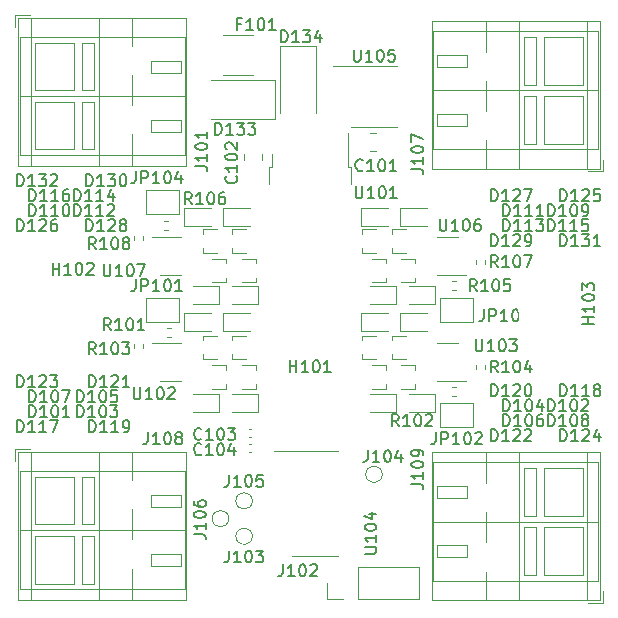
<source format=gto>
G04 #@! TF.GenerationSoftware,KiCad,Pcbnew,(5.1.9)-1*
G04 #@! TF.CreationDate,2021-06-03T13:52:16+02:00*
G04 #@! TF.ProjectId,seriallight,73657269-616c-46c6-9967-68742e6b6963,rev?*
G04 #@! TF.SameCoordinates,Original*
G04 #@! TF.FileFunction,Legend,Top*
G04 #@! TF.FilePolarity,Positive*
%FSLAX46Y46*%
G04 Gerber Fmt 4.6, Leading zero omitted, Abs format (unit mm)*
G04 Created by KiCad (PCBNEW (5.1.9)-1) date 2021-06-03 13:52:16*
%MOMM*%
%LPD*%
G01*
G04 APERTURE LIST*
%ADD10C,0.120000*%
%ADD11C,0.150000*%
%ADD12R,0.650000X1.600000*%
%ADD13C,7.500000*%
%ADD14R,3.000000X1.500000*%
%ADD15O,3.000000X1.500000*%
%ADD16R,1.700000X1.700000*%
%ADD17O,1.700000X1.700000*%
%ADD18C,4.700000*%
%ADD19R,1.060000X0.650000*%
%ADD20C,1.000000*%
%ADD21C,0.100000*%
%ADD22R,2.500000X1.800000*%
%ADD23R,2.700000X1.500000*%
%ADD24R,1.200000X2.200000*%
%ADD25R,5.800000X6.400000*%
G04 APERTURE END LIST*
D10*
X105300000Y-106750000D02*
X106500000Y-106750000D01*
X106500000Y-106750000D02*
X106500000Y-106350000D01*
X105300000Y-104750000D02*
X106500000Y-104750000D01*
X106500000Y-104750000D02*
X106500000Y-105150000D01*
X105148748Y-86587000D02*
X105671252Y-86587000D01*
X105148748Y-85117000D02*
X105671252Y-85117000D01*
X95985000Y-86860748D02*
X95985000Y-87383252D01*
X94515000Y-86860748D02*
X94515000Y-87383252D01*
X95270031Y-76790000D02*
X92729969Y-76790000D01*
X95270031Y-80210000D02*
X92729969Y-80210000D01*
X75140000Y-75140000D02*
X75140000Y-76140000D01*
X76380000Y-75140000D02*
X75140000Y-75140000D01*
X89150000Y-85000000D02*
X86651000Y-85000000D01*
X89150000Y-84000000D02*
X86651000Y-84000000D01*
X86651000Y-84000000D02*
X86651000Y-85000000D01*
X89150000Y-84000000D02*
X89150000Y-85000000D01*
X81800000Y-86500000D02*
X80800000Y-86500000D01*
X81800000Y-82500000D02*
X80800000Y-82500000D01*
X80800000Y-82500000D02*
X80800000Y-86500000D01*
X81800000Y-82500000D02*
X81800000Y-86500000D01*
X89500000Y-87000000D02*
X75500000Y-87000000D01*
X89500000Y-82000000D02*
X75500000Y-82000000D01*
X75500000Y-82000000D02*
X75500000Y-87000000D01*
X89500000Y-82000000D02*
X89500000Y-87000000D01*
X80100000Y-86500000D02*
X76800000Y-86500000D01*
X80100000Y-82500000D02*
X76800000Y-82500000D01*
X76800000Y-82500000D02*
X76800000Y-86500000D01*
X80100000Y-82500000D02*
X80100000Y-86500000D01*
X89150000Y-80000000D02*
X86651000Y-80000000D01*
X89150000Y-79000000D02*
X86651000Y-79000000D01*
X86651000Y-79000000D02*
X86651000Y-80000000D01*
X89150000Y-79000000D02*
X89150000Y-80000000D01*
X81800000Y-81500000D02*
X80800000Y-81500000D01*
X81800000Y-77500000D02*
X80800000Y-77500000D01*
X80800000Y-77500000D02*
X80800000Y-81500000D01*
X81800000Y-77500000D02*
X81800000Y-81500000D01*
X89500000Y-82000000D02*
X75500000Y-82000000D01*
X89500000Y-77000000D02*
X75500000Y-77000000D01*
X75500000Y-77000000D02*
X75500000Y-82000000D01*
X89500000Y-77000000D02*
X89500000Y-82000000D01*
X80100000Y-81500000D02*
X76800000Y-81500000D01*
X80100000Y-77500000D02*
X76800000Y-77500000D01*
X76800000Y-77500000D02*
X76800000Y-81500000D01*
X80100000Y-77500000D02*
X80100000Y-81500000D01*
X89620000Y-87921000D02*
X75380000Y-87921000D01*
X89620000Y-75380000D02*
X75380000Y-75380000D01*
X75380000Y-75380000D02*
X75380000Y-87921000D01*
X89620000Y-75380000D02*
X89620000Y-87921000D01*
X85000000Y-85230000D02*
X85000000Y-87921000D01*
X85000000Y-80230000D02*
X85000000Y-82770000D01*
X85000000Y-75380000D02*
X85000000Y-77770000D01*
X82200000Y-75380000D02*
X82200000Y-87921000D01*
X76500000Y-75380000D02*
X76500000Y-87921000D01*
X101540000Y-124520000D02*
X101540000Y-123190000D01*
X102870000Y-124520000D02*
X101540000Y-124520000D01*
X104140000Y-124520000D02*
X104140000Y-121860000D01*
X104140000Y-121860000D02*
X109280000Y-121860000D01*
X104140000Y-124520000D02*
X109280000Y-124520000D01*
X109280000Y-124520000D02*
X109280000Y-121860000D01*
X123500000Y-88120000D02*
X123500000Y-75579000D01*
X117800000Y-88120000D02*
X117800000Y-75579000D01*
X115000000Y-88120000D02*
X115000000Y-85730000D01*
X115000000Y-83270000D02*
X115000000Y-80730000D01*
X115000000Y-78270000D02*
X115000000Y-75579000D01*
X110380000Y-88120000D02*
X110380000Y-75579000D01*
X124620000Y-88120000D02*
X124620000Y-75579000D01*
X110380000Y-88120000D02*
X124620000Y-88120000D01*
X110380000Y-75579000D02*
X124620000Y-75579000D01*
X119900000Y-86000000D02*
X119900000Y-82000000D01*
X123200000Y-86000000D02*
X123200000Y-82000000D01*
X119900000Y-86000000D02*
X123200000Y-86000000D01*
X119900000Y-82000000D02*
X123200000Y-82000000D01*
X110500000Y-86500000D02*
X110500000Y-81500000D01*
X124500000Y-86500000D02*
X124500000Y-81500000D01*
X110500000Y-86500000D02*
X124500000Y-86500000D01*
X110500000Y-81500000D02*
X124500000Y-81500000D01*
X118200000Y-86000000D02*
X118200000Y-82000000D01*
X119200000Y-86000000D02*
X119200000Y-82000000D01*
X118200000Y-86000000D02*
X119200000Y-86000000D01*
X118200000Y-82000000D02*
X119200000Y-82000000D01*
X110850000Y-84500000D02*
X110850000Y-83500000D01*
X113349000Y-84500000D02*
X113349000Y-83500000D01*
X110850000Y-84500000D02*
X113349000Y-84500000D01*
X110850000Y-83500000D02*
X113349000Y-83500000D01*
X119900000Y-81000000D02*
X119900000Y-77000000D01*
X123200000Y-81000000D02*
X123200000Y-77000000D01*
X119900000Y-81000000D02*
X123200000Y-81000000D01*
X119900000Y-77000000D02*
X123200000Y-77000000D01*
X110500000Y-81500000D02*
X110500000Y-76500000D01*
X124500000Y-81500000D02*
X124500000Y-76500000D01*
X110500000Y-81500000D02*
X124500000Y-81500000D01*
X110500000Y-76500000D02*
X124500000Y-76500000D01*
X118200000Y-81000000D02*
X118200000Y-77000000D01*
X119200000Y-81000000D02*
X119200000Y-77000000D01*
X118200000Y-81000000D02*
X119200000Y-81000000D01*
X118200000Y-77000000D02*
X119200000Y-77000000D01*
X110850000Y-79500000D02*
X110850000Y-78500000D01*
X113349000Y-79500000D02*
X113349000Y-78500000D01*
X110850000Y-79500000D02*
X113349000Y-79500000D01*
X110850000Y-78500000D02*
X113349000Y-78500000D01*
X123620000Y-88360000D02*
X124860000Y-88360000D01*
X124860000Y-88360000D02*
X124860000Y-87360000D01*
X85978000Y-103277641D02*
X85978000Y-102970359D01*
X85218000Y-103277641D02*
X85218000Y-102970359D01*
X114174000Y-105055641D02*
X114174000Y-104748359D01*
X114934000Y-105055641D02*
X114934000Y-104748359D01*
X112421641Y-97620000D02*
X112114359Y-97620000D01*
X112421641Y-98380000D02*
X112114359Y-98380000D01*
X114174000Y-96165641D02*
X114174000Y-95858359D01*
X114934000Y-96165641D02*
X114934000Y-95858359D01*
X85978000Y-94133641D02*
X85978000Y-93826359D01*
X85218000Y-94133641D02*
X85218000Y-93826359D01*
X100500000Y-112065000D02*
X97050000Y-112065000D01*
X100500000Y-112065000D02*
X102450000Y-112065000D01*
X100500000Y-120935000D02*
X98550000Y-120935000D01*
X100500000Y-120935000D02*
X102450000Y-120935000D01*
X105500000Y-79440000D02*
X102050000Y-79440000D01*
X105500000Y-79440000D02*
X107450000Y-79440000D01*
X105500000Y-84560000D02*
X103550000Y-84560000D01*
X105500000Y-84560000D02*
X107450000Y-84560000D01*
X91800000Y-106750000D02*
X93000000Y-106750000D01*
X93000000Y-106750000D02*
X93000000Y-106350000D01*
X91800000Y-104750000D02*
X93000000Y-104750000D01*
X93000000Y-104750000D02*
X93000000Y-105150000D01*
X108200000Y-102250000D02*
X107000000Y-102250000D01*
X107000000Y-102250000D02*
X107000000Y-102650000D01*
X108200000Y-104250000D02*
X107000000Y-104250000D01*
X107000000Y-104250000D02*
X107000000Y-103850000D01*
X95500000Y-104750000D02*
X95500000Y-105150000D01*
X94300000Y-104750000D02*
X95500000Y-104750000D01*
X95500000Y-106750000D02*
X95500000Y-106350000D01*
X94300000Y-106750000D02*
X95500000Y-106750000D01*
X104500000Y-104250000D02*
X104500000Y-103850000D01*
X105700000Y-104250000D02*
X104500000Y-104250000D01*
X104500000Y-102250000D02*
X104500000Y-102650000D01*
X105700000Y-102250000D02*
X104500000Y-102250000D01*
X94700000Y-102250000D02*
X93500000Y-102250000D01*
X93500000Y-102250000D02*
X93500000Y-102650000D01*
X94700000Y-104250000D02*
X93500000Y-104250000D01*
X93500000Y-104250000D02*
X93500000Y-103850000D01*
X91000000Y-104250000D02*
X91000000Y-103850000D01*
X92200000Y-104250000D02*
X91000000Y-104250000D01*
X91000000Y-102250000D02*
X91000000Y-102650000D01*
X92200000Y-102250000D02*
X91000000Y-102250000D01*
X109000000Y-104750000D02*
X109000000Y-105150000D01*
X107800000Y-104750000D02*
X109000000Y-104750000D01*
X109000000Y-106750000D02*
X109000000Y-106350000D01*
X107800000Y-106750000D02*
X109000000Y-106750000D01*
X107000000Y-95250000D02*
X107000000Y-94850000D01*
X108200000Y-95250000D02*
X107000000Y-95250000D01*
X107000000Y-93250000D02*
X107000000Y-93650000D01*
X108200000Y-93250000D02*
X107000000Y-93250000D01*
X91800000Y-97750000D02*
X93000000Y-97750000D01*
X93000000Y-97750000D02*
X93000000Y-97350000D01*
X91800000Y-95750000D02*
X93000000Y-95750000D01*
X93000000Y-95750000D02*
X93000000Y-96150000D01*
X105700000Y-93250000D02*
X104500000Y-93250000D01*
X104500000Y-93250000D02*
X104500000Y-93650000D01*
X105700000Y-95250000D02*
X104500000Y-95250000D01*
X104500000Y-95250000D02*
X104500000Y-94850000D01*
X94300000Y-97750000D02*
X95500000Y-97750000D01*
X95500000Y-97750000D02*
X95500000Y-97350000D01*
X94300000Y-95750000D02*
X95500000Y-95750000D01*
X95500000Y-95750000D02*
X95500000Y-96150000D01*
X106500000Y-95750000D02*
X106500000Y-96150000D01*
X105300000Y-95750000D02*
X106500000Y-95750000D01*
X106500000Y-97750000D02*
X106500000Y-97350000D01*
X105300000Y-97750000D02*
X106500000Y-97750000D01*
X93500000Y-95250000D02*
X93500000Y-94850000D01*
X94700000Y-95250000D02*
X93500000Y-95250000D01*
X93500000Y-93250000D02*
X93500000Y-93650000D01*
X94700000Y-93250000D02*
X93500000Y-93250000D01*
X109000000Y-95750000D02*
X109000000Y-96150000D01*
X107800000Y-95750000D02*
X109000000Y-95750000D01*
X109000000Y-97750000D02*
X109000000Y-97350000D01*
X107800000Y-97750000D02*
X109000000Y-97750000D01*
X92200000Y-93250000D02*
X91000000Y-93250000D01*
X91000000Y-93250000D02*
X91000000Y-93650000D01*
X92200000Y-95250000D02*
X91000000Y-95250000D01*
X91000000Y-95250000D02*
X91000000Y-94850000D01*
X87984359Y-101620000D02*
X88291641Y-101620000D01*
X87984359Y-102380000D02*
X88291641Y-102380000D01*
X112421641Y-106620000D02*
X112114359Y-106620000D01*
X112421641Y-107380000D02*
X112114359Y-107380000D01*
X87732359Y-93344000D02*
X88039641Y-93344000D01*
X87732359Y-92584000D02*
X88039641Y-92584000D01*
X89150000Y-102890000D02*
X86700000Y-102890000D01*
X87350000Y-106110000D02*
X89150000Y-106110000D01*
X112650000Y-102890000D02*
X110850000Y-102890000D01*
X110850000Y-106110000D02*
X113300000Y-106110000D01*
X112650000Y-93890000D02*
X110850000Y-93890000D01*
X110850000Y-97110000D02*
X113300000Y-97110000D01*
X89150000Y-93890000D02*
X86700000Y-93890000D01*
X87350000Y-97110000D02*
X89150000Y-97110000D01*
X95200000Y-119250000D02*
G75*
G03*
X95200000Y-119250000I-700000J0D01*
G01*
X106200000Y-114000000D02*
G75*
G03*
X106200000Y-114000000I-700000J0D01*
G01*
X95200000Y-116250000D02*
G75*
G03*
X95200000Y-116250000I-700000J0D01*
G01*
X93200000Y-117750000D02*
G75*
G03*
X93200000Y-117750000I-700000J0D01*
G01*
X95107836Y-110884000D02*
X94892164Y-110884000D01*
X95107836Y-110164000D02*
X94892164Y-110164000D01*
X95107836Y-111414000D02*
X94892164Y-111414000D01*
X95107836Y-112134000D02*
X94892164Y-112134000D01*
X76500000Y-112130000D02*
X76500000Y-124671000D01*
X82200000Y-112130000D02*
X82200000Y-124671000D01*
X85000000Y-112130000D02*
X85000000Y-114520000D01*
X85000000Y-116980000D02*
X85000000Y-119520000D01*
X85000000Y-121980000D02*
X85000000Y-124671000D01*
X89620000Y-112130000D02*
X89620000Y-124671000D01*
X75380000Y-112130000D02*
X75380000Y-124671000D01*
X89620000Y-112130000D02*
X75380000Y-112130000D01*
X89620000Y-124671000D02*
X75380000Y-124671000D01*
X80100000Y-114250000D02*
X80100000Y-118250000D01*
X76800000Y-114250000D02*
X76800000Y-118250000D01*
X80100000Y-114250000D02*
X76800000Y-114250000D01*
X80100000Y-118250000D02*
X76800000Y-118250000D01*
X89500000Y-113750000D02*
X89500000Y-118750000D01*
X75500000Y-113750000D02*
X75500000Y-118750000D01*
X89500000Y-113750000D02*
X75500000Y-113750000D01*
X89500000Y-118750000D02*
X75500000Y-118750000D01*
X81800000Y-114250000D02*
X81800000Y-118250000D01*
X80800000Y-114250000D02*
X80800000Y-118250000D01*
X81800000Y-114250000D02*
X80800000Y-114250000D01*
X81800000Y-118250000D02*
X80800000Y-118250000D01*
X89150000Y-115750000D02*
X89150000Y-116750000D01*
X86651000Y-115750000D02*
X86651000Y-116750000D01*
X89150000Y-115750000D02*
X86651000Y-115750000D01*
X89150000Y-116750000D02*
X86651000Y-116750000D01*
X80100000Y-119250000D02*
X80100000Y-123250000D01*
X76800000Y-119250000D02*
X76800000Y-123250000D01*
X80100000Y-119250000D02*
X76800000Y-119250000D01*
X80100000Y-123250000D02*
X76800000Y-123250000D01*
X89500000Y-118750000D02*
X89500000Y-123750000D01*
X75500000Y-118750000D02*
X75500000Y-123750000D01*
X89500000Y-118750000D02*
X75500000Y-118750000D01*
X89500000Y-123750000D02*
X75500000Y-123750000D01*
X81800000Y-119250000D02*
X81800000Y-123250000D01*
X80800000Y-119250000D02*
X80800000Y-123250000D01*
X81800000Y-119250000D02*
X80800000Y-119250000D01*
X81800000Y-123250000D02*
X80800000Y-123250000D01*
X89150000Y-120750000D02*
X89150000Y-121750000D01*
X86651000Y-120750000D02*
X86651000Y-121750000D01*
X89150000Y-120750000D02*
X86651000Y-120750000D01*
X89150000Y-121750000D02*
X86651000Y-121750000D01*
X76380000Y-111890000D02*
X75140000Y-111890000D01*
X75140000Y-111890000D02*
X75140000Y-112890000D01*
X124860000Y-124860000D02*
X124860000Y-123860000D01*
X123620000Y-124860000D02*
X124860000Y-124860000D01*
X110850000Y-115000000D02*
X113349000Y-115000000D01*
X110850000Y-116000000D02*
X113349000Y-116000000D01*
X113349000Y-116000000D02*
X113349000Y-115000000D01*
X110850000Y-116000000D02*
X110850000Y-115000000D01*
X118200000Y-113500000D02*
X119200000Y-113500000D01*
X118200000Y-117500000D02*
X119200000Y-117500000D01*
X119200000Y-117500000D02*
X119200000Y-113500000D01*
X118200000Y-117500000D02*
X118200000Y-113500000D01*
X110500000Y-113000000D02*
X124500000Y-113000000D01*
X110500000Y-118000000D02*
X124500000Y-118000000D01*
X124500000Y-118000000D02*
X124500000Y-113000000D01*
X110500000Y-118000000D02*
X110500000Y-113000000D01*
X119900000Y-113500000D02*
X123200000Y-113500000D01*
X119900000Y-117500000D02*
X123200000Y-117500000D01*
X123200000Y-117500000D02*
X123200000Y-113500000D01*
X119900000Y-117500000D02*
X119900000Y-113500000D01*
X110850000Y-120000000D02*
X113349000Y-120000000D01*
X110850000Y-121000000D02*
X113349000Y-121000000D01*
X113349000Y-121000000D02*
X113349000Y-120000000D01*
X110850000Y-121000000D02*
X110850000Y-120000000D01*
X118200000Y-118500000D02*
X119200000Y-118500000D01*
X118200000Y-122500000D02*
X119200000Y-122500000D01*
X119200000Y-122500000D02*
X119200000Y-118500000D01*
X118200000Y-122500000D02*
X118200000Y-118500000D01*
X110500000Y-118000000D02*
X124500000Y-118000000D01*
X110500000Y-123000000D02*
X124500000Y-123000000D01*
X124500000Y-123000000D02*
X124500000Y-118000000D01*
X110500000Y-123000000D02*
X110500000Y-118000000D01*
X119900000Y-118500000D02*
X123200000Y-118500000D01*
X119900000Y-122500000D02*
X123200000Y-122500000D01*
X123200000Y-122500000D02*
X123200000Y-118500000D01*
X119900000Y-122500000D02*
X119900000Y-118500000D01*
X110380000Y-112079000D02*
X124620000Y-112079000D01*
X110380000Y-124620000D02*
X124620000Y-124620000D01*
X124620000Y-124620000D02*
X124620000Y-112079000D01*
X110380000Y-124620000D02*
X110380000Y-112079000D01*
X115000000Y-114770000D02*
X115000000Y-112079000D01*
X115000000Y-119770000D02*
X115000000Y-117230000D01*
X115000000Y-124620000D02*
X115000000Y-122230000D01*
X117800000Y-124620000D02*
X117800000Y-112079000D01*
X123500000Y-124620000D02*
X123500000Y-112079000D01*
X90132000Y-108685000D02*
X92417000Y-108685000D01*
X92417000Y-108685000D02*
X92417000Y-107215000D01*
X92417000Y-107215000D02*
X90132000Y-107215000D01*
X107735000Y-101827000D02*
X110020000Y-101827000D01*
X107735000Y-100357000D02*
X107735000Y-101827000D01*
X110020000Y-100357000D02*
X107735000Y-100357000D01*
X95719000Y-107215000D02*
X93434000Y-107215000D01*
X95719000Y-108685000D02*
X95719000Y-107215000D01*
X93434000Y-108685000D02*
X95719000Y-108685000D01*
X106718000Y-100357000D02*
X104433000Y-100357000D01*
X104433000Y-100357000D02*
X104433000Y-101827000D01*
X104433000Y-101827000D02*
X106718000Y-101827000D01*
X95034000Y-100357000D02*
X92749000Y-100357000D01*
X92749000Y-100357000D02*
X92749000Y-101827000D01*
X92749000Y-101827000D02*
X95034000Y-101827000D01*
X105118000Y-108685000D02*
X107403000Y-108685000D01*
X107403000Y-108685000D02*
X107403000Y-107215000D01*
X107403000Y-107215000D02*
X105118000Y-107215000D01*
X89447000Y-101827000D02*
X91732000Y-101827000D01*
X89447000Y-100357000D02*
X89447000Y-101827000D01*
X91732000Y-100357000D02*
X89447000Y-100357000D01*
X110705000Y-107215000D02*
X108420000Y-107215000D01*
X110705000Y-108685000D02*
X110705000Y-107215000D01*
X108420000Y-108685000D02*
X110705000Y-108685000D01*
X107735000Y-92937000D02*
X110020000Y-92937000D01*
X107735000Y-91467000D02*
X107735000Y-92937000D01*
X110020000Y-91467000D02*
X107735000Y-91467000D01*
X90132000Y-99541000D02*
X92417000Y-99541000D01*
X92417000Y-99541000D02*
X92417000Y-98071000D01*
X92417000Y-98071000D02*
X90132000Y-98071000D01*
X106718000Y-91467000D02*
X104433000Y-91467000D01*
X104433000Y-91467000D02*
X104433000Y-92937000D01*
X104433000Y-92937000D02*
X106718000Y-92937000D01*
X95719000Y-98071000D02*
X93434000Y-98071000D01*
X95719000Y-99541000D02*
X95719000Y-98071000D01*
X93434000Y-99541000D02*
X95719000Y-99541000D01*
X107403000Y-98071000D02*
X105118000Y-98071000D01*
X107403000Y-99541000D02*
X107403000Y-98071000D01*
X105118000Y-99541000D02*
X107403000Y-99541000D01*
X95034000Y-91467000D02*
X92749000Y-91467000D01*
X92749000Y-91467000D02*
X92749000Y-92937000D01*
X92749000Y-92937000D02*
X95034000Y-92937000D01*
X108420000Y-99541000D02*
X110705000Y-99541000D01*
X110705000Y-99541000D02*
X110705000Y-98071000D01*
X110705000Y-98071000D02*
X108420000Y-98071000D01*
X89447000Y-92937000D02*
X91732000Y-92937000D01*
X89447000Y-91467000D02*
X89447000Y-92937000D01*
X91732000Y-91467000D02*
X89447000Y-91467000D01*
X86230000Y-99076000D02*
X89030000Y-99076000D01*
X89030000Y-99076000D02*
X89030000Y-101076000D01*
X89030000Y-101076000D02*
X86230000Y-101076000D01*
X86230000Y-101076000D02*
X86230000Y-99076000D01*
X113922000Y-109966000D02*
X111122000Y-109966000D01*
X111122000Y-109966000D02*
X111122000Y-107966000D01*
X111122000Y-107966000D02*
X113922000Y-107966000D01*
X113922000Y-107966000D02*
X113922000Y-109966000D01*
X113922000Y-99076000D02*
X113922000Y-101076000D01*
X111122000Y-99076000D02*
X113922000Y-99076000D01*
X111122000Y-101076000D02*
X111122000Y-99076000D01*
X113922000Y-101076000D02*
X111122000Y-101076000D01*
X86230000Y-91932000D02*
X86230000Y-89932000D01*
X89030000Y-91932000D02*
X86230000Y-91932000D01*
X89030000Y-89932000D02*
X89030000Y-91932000D01*
X86230000Y-89932000D02*
X89030000Y-89932000D01*
X97126000Y-83946000D02*
X91726000Y-83946000D01*
X97126000Y-80646000D02*
X91726000Y-80646000D01*
X97126000Y-83946000D02*
X97126000Y-80646000D01*
X97560000Y-77726000D02*
X97560000Y-83426000D01*
X100560000Y-77726000D02*
X97560000Y-77726000D01*
X100560000Y-83426000D02*
X100560000Y-77726000D01*
X96896000Y-87954000D02*
X96896000Y-86854000D01*
X96626000Y-87954000D02*
X96896000Y-87954000D01*
X96626000Y-89454000D02*
X96626000Y-87954000D01*
X103256000Y-87954000D02*
X103256000Y-85124000D01*
X103526000Y-87954000D02*
X103256000Y-87954000D01*
X103526000Y-89454000D02*
X103526000Y-87954000D01*
D11*
X116419523Y-109926380D02*
X116419523Y-108926380D01*
X116657619Y-108926380D01*
X116800476Y-108974000D01*
X116895714Y-109069238D01*
X116943333Y-109164476D01*
X116990952Y-109354952D01*
X116990952Y-109497809D01*
X116943333Y-109688285D01*
X116895714Y-109783523D01*
X116800476Y-109878761D01*
X116657619Y-109926380D01*
X116419523Y-109926380D01*
X117943333Y-109926380D02*
X117371904Y-109926380D01*
X117657619Y-109926380D02*
X117657619Y-108926380D01*
X117562380Y-109069238D01*
X117467142Y-109164476D01*
X117371904Y-109212095D01*
X118562380Y-108926380D02*
X118657619Y-108926380D01*
X118752857Y-108974000D01*
X118800476Y-109021619D01*
X118848095Y-109116857D01*
X118895714Y-109307333D01*
X118895714Y-109545428D01*
X118848095Y-109735904D01*
X118800476Y-109831142D01*
X118752857Y-109878761D01*
X118657619Y-109926380D01*
X118562380Y-109926380D01*
X118467142Y-109878761D01*
X118419523Y-109831142D01*
X118371904Y-109735904D01*
X118324285Y-109545428D01*
X118324285Y-109307333D01*
X118371904Y-109116857D01*
X118419523Y-109021619D01*
X118467142Y-108974000D01*
X118562380Y-108926380D01*
X119752857Y-108926380D02*
X119562380Y-108926380D01*
X119467142Y-108974000D01*
X119419523Y-109021619D01*
X119324285Y-109164476D01*
X119276666Y-109354952D01*
X119276666Y-109735904D01*
X119324285Y-109831142D01*
X119371904Y-109878761D01*
X119467142Y-109926380D01*
X119657619Y-109926380D01*
X119752857Y-109878761D01*
X119800476Y-109831142D01*
X119848095Y-109735904D01*
X119848095Y-109497809D01*
X119800476Y-109402571D01*
X119752857Y-109354952D01*
X119657619Y-109307333D01*
X119467142Y-109307333D01*
X119371904Y-109354952D01*
X119324285Y-109402571D01*
X119276666Y-109497809D01*
X104544952Y-88241142D02*
X104497333Y-88288761D01*
X104354476Y-88336380D01*
X104259238Y-88336380D01*
X104116380Y-88288761D01*
X104021142Y-88193523D01*
X103973523Y-88098285D01*
X103925904Y-87907809D01*
X103925904Y-87764952D01*
X103973523Y-87574476D01*
X104021142Y-87479238D01*
X104116380Y-87384000D01*
X104259238Y-87336380D01*
X104354476Y-87336380D01*
X104497333Y-87384000D01*
X104544952Y-87431619D01*
X105497333Y-88336380D02*
X104925904Y-88336380D01*
X105211619Y-88336380D02*
X105211619Y-87336380D01*
X105116380Y-87479238D01*
X105021142Y-87574476D01*
X104925904Y-87622095D01*
X106116380Y-87336380D02*
X106211619Y-87336380D01*
X106306857Y-87384000D01*
X106354476Y-87431619D01*
X106402095Y-87526857D01*
X106449714Y-87717333D01*
X106449714Y-87955428D01*
X106402095Y-88145904D01*
X106354476Y-88241142D01*
X106306857Y-88288761D01*
X106211619Y-88336380D01*
X106116380Y-88336380D01*
X106021142Y-88288761D01*
X105973523Y-88241142D01*
X105925904Y-88145904D01*
X105878285Y-87955428D01*
X105878285Y-87717333D01*
X105925904Y-87526857D01*
X105973523Y-87431619D01*
X106021142Y-87384000D01*
X106116380Y-87336380D01*
X107402095Y-88336380D02*
X106830666Y-88336380D01*
X107116380Y-88336380D02*
X107116380Y-87336380D01*
X107021142Y-87479238D01*
X106925904Y-87574476D01*
X106830666Y-87622095D01*
X93829142Y-88749047D02*
X93876761Y-88796666D01*
X93924380Y-88939523D01*
X93924380Y-89034761D01*
X93876761Y-89177619D01*
X93781523Y-89272857D01*
X93686285Y-89320476D01*
X93495809Y-89368095D01*
X93352952Y-89368095D01*
X93162476Y-89320476D01*
X93067238Y-89272857D01*
X92972000Y-89177619D01*
X92924380Y-89034761D01*
X92924380Y-88939523D01*
X92972000Y-88796666D01*
X93019619Y-88749047D01*
X93924380Y-87796666D02*
X93924380Y-88368095D01*
X93924380Y-88082380D02*
X92924380Y-88082380D01*
X93067238Y-88177619D01*
X93162476Y-88272857D01*
X93210095Y-88368095D01*
X92924380Y-87177619D02*
X92924380Y-87082380D01*
X92972000Y-86987142D01*
X93019619Y-86939523D01*
X93114857Y-86891904D01*
X93305333Y-86844285D01*
X93543428Y-86844285D01*
X93733904Y-86891904D01*
X93829142Y-86939523D01*
X93876761Y-86987142D01*
X93924380Y-87082380D01*
X93924380Y-87177619D01*
X93876761Y-87272857D01*
X93829142Y-87320476D01*
X93733904Y-87368095D01*
X93543428Y-87415714D01*
X93305333Y-87415714D01*
X93114857Y-87368095D01*
X93019619Y-87320476D01*
X92972000Y-87272857D01*
X92924380Y-87177619D01*
X93019619Y-86463333D02*
X92972000Y-86415714D01*
X92924380Y-86320476D01*
X92924380Y-86082380D01*
X92972000Y-85987142D01*
X93019619Y-85939523D01*
X93114857Y-85891904D01*
X93210095Y-85891904D01*
X93352952Y-85939523D01*
X93924380Y-86510952D01*
X93924380Y-85891904D01*
X94218285Y-75874571D02*
X93884952Y-75874571D01*
X93884952Y-76398380D02*
X93884952Y-75398380D01*
X94361142Y-75398380D01*
X95265904Y-76398380D02*
X94694476Y-76398380D01*
X94980190Y-76398380D02*
X94980190Y-75398380D01*
X94884952Y-75541238D01*
X94789714Y-75636476D01*
X94694476Y-75684095D01*
X95884952Y-75398380D02*
X95980190Y-75398380D01*
X96075428Y-75446000D01*
X96123047Y-75493619D01*
X96170666Y-75588857D01*
X96218285Y-75779333D01*
X96218285Y-76017428D01*
X96170666Y-76207904D01*
X96123047Y-76303142D01*
X96075428Y-76350761D01*
X95980190Y-76398380D01*
X95884952Y-76398380D01*
X95789714Y-76350761D01*
X95742095Y-76303142D01*
X95694476Y-76207904D01*
X95646857Y-76017428D01*
X95646857Y-75779333D01*
X95694476Y-75588857D01*
X95742095Y-75493619D01*
X95789714Y-75446000D01*
X95884952Y-75398380D01*
X97170666Y-76398380D02*
X96599238Y-76398380D01*
X96884952Y-76398380D02*
X96884952Y-75398380D01*
X96789714Y-75541238D01*
X96694476Y-75636476D01*
X96599238Y-75684095D01*
X98361714Y-105354380D02*
X98361714Y-104354380D01*
X98361714Y-104830571D02*
X98933142Y-104830571D01*
X98933142Y-105354380D02*
X98933142Y-104354380D01*
X99933142Y-105354380D02*
X99361714Y-105354380D01*
X99647428Y-105354380D02*
X99647428Y-104354380D01*
X99552190Y-104497238D01*
X99456952Y-104592476D01*
X99361714Y-104640095D01*
X100552190Y-104354380D02*
X100647428Y-104354380D01*
X100742666Y-104402000D01*
X100790285Y-104449619D01*
X100837904Y-104544857D01*
X100885523Y-104735333D01*
X100885523Y-104973428D01*
X100837904Y-105163904D01*
X100790285Y-105259142D01*
X100742666Y-105306761D01*
X100647428Y-105354380D01*
X100552190Y-105354380D01*
X100456952Y-105306761D01*
X100409333Y-105259142D01*
X100361714Y-105163904D01*
X100314095Y-104973428D01*
X100314095Y-104735333D01*
X100361714Y-104544857D01*
X100409333Y-104449619D01*
X100456952Y-104402000D01*
X100552190Y-104354380D01*
X101837904Y-105354380D02*
X101266476Y-105354380D01*
X101552190Y-105354380D02*
X101552190Y-104354380D01*
X101456952Y-104497238D01*
X101361714Y-104592476D01*
X101266476Y-104640095D01*
X90384380Y-87899714D02*
X91098666Y-87899714D01*
X91241523Y-87947333D01*
X91336761Y-88042571D01*
X91384380Y-88185428D01*
X91384380Y-88280666D01*
X91384380Y-86899714D02*
X91384380Y-87471142D01*
X91384380Y-87185428D02*
X90384380Y-87185428D01*
X90527238Y-87280666D01*
X90622476Y-87375904D01*
X90670095Y-87471142D01*
X90384380Y-86280666D02*
X90384380Y-86185428D01*
X90432000Y-86090190D01*
X90479619Y-86042571D01*
X90574857Y-85994952D01*
X90765333Y-85947333D01*
X91003428Y-85947333D01*
X91193904Y-85994952D01*
X91289142Y-86042571D01*
X91336761Y-86090190D01*
X91384380Y-86185428D01*
X91384380Y-86280666D01*
X91336761Y-86375904D01*
X91289142Y-86423523D01*
X91193904Y-86471142D01*
X91003428Y-86518761D01*
X90765333Y-86518761D01*
X90574857Y-86471142D01*
X90479619Y-86423523D01*
X90432000Y-86375904D01*
X90384380Y-86280666D01*
X91384380Y-84994952D02*
X91384380Y-85566380D01*
X91384380Y-85280666D02*
X90384380Y-85280666D01*
X90527238Y-85375904D01*
X90622476Y-85471142D01*
X90670095Y-85566380D01*
X97774285Y-121626380D02*
X97774285Y-122340666D01*
X97726666Y-122483523D01*
X97631428Y-122578761D01*
X97488571Y-122626380D01*
X97393333Y-122626380D01*
X98774285Y-122626380D02*
X98202857Y-122626380D01*
X98488571Y-122626380D02*
X98488571Y-121626380D01*
X98393333Y-121769238D01*
X98298095Y-121864476D01*
X98202857Y-121912095D01*
X99393333Y-121626380D02*
X99488571Y-121626380D01*
X99583809Y-121674000D01*
X99631428Y-121721619D01*
X99679047Y-121816857D01*
X99726666Y-122007333D01*
X99726666Y-122245428D01*
X99679047Y-122435904D01*
X99631428Y-122531142D01*
X99583809Y-122578761D01*
X99488571Y-122626380D01*
X99393333Y-122626380D01*
X99298095Y-122578761D01*
X99250476Y-122531142D01*
X99202857Y-122435904D01*
X99155238Y-122245428D01*
X99155238Y-122007333D01*
X99202857Y-121816857D01*
X99250476Y-121721619D01*
X99298095Y-121674000D01*
X99393333Y-121626380D01*
X100107619Y-121721619D02*
X100155238Y-121674000D01*
X100250476Y-121626380D01*
X100488571Y-121626380D01*
X100583809Y-121674000D01*
X100631428Y-121721619D01*
X100679047Y-121816857D01*
X100679047Y-121912095D01*
X100631428Y-122054952D01*
X100060000Y-122626380D01*
X100679047Y-122626380D01*
X108672380Y-88153714D02*
X109386666Y-88153714D01*
X109529523Y-88201333D01*
X109624761Y-88296571D01*
X109672380Y-88439428D01*
X109672380Y-88534666D01*
X109672380Y-87153714D02*
X109672380Y-87725142D01*
X109672380Y-87439428D02*
X108672380Y-87439428D01*
X108815238Y-87534666D01*
X108910476Y-87629904D01*
X108958095Y-87725142D01*
X108672380Y-86534666D02*
X108672380Y-86439428D01*
X108720000Y-86344190D01*
X108767619Y-86296571D01*
X108862857Y-86248952D01*
X109053333Y-86201333D01*
X109291428Y-86201333D01*
X109481904Y-86248952D01*
X109577142Y-86296571D01*
X109624761Y-86344190D01*
X109672380Y-86439428D01*
X109672380Y-86534666D01*
X109624761Y-86629904D01*
X109577142Y-86677523D01*
X109481904Y-86725142D01*
X109291428Y-86772761D01*
X109053333Y-86772761D01*
X108862857Y-86725142D01*
X108767619Y-86677523D01*
X108720000Y-86629904D01*
X108672380Y-86534666D01*
X108672380Y-85868000D02*
X108672380Y-85201333D01*
X109672380Y-85629904D01*
X81938952Y-103830380D02*
X81605619Y-103354190D01*
X81367523Y-103830380D02*
X81367523Y-102830380D01*
X81748476Y-102830380D01*
X81843714Y-102878000D01*
X81891333Y-102925619D01*
X81938952Y-103020857D01*
X81938952Y-103163714D01*
X81891333Y-103258952D01*
X81843714Y-103306571D01*
X81748476Y-103354190D01*
X81367523Y-103354190D01*
X82891333Y-103830380D02*
X82319904Y-103830380D01*
X82605619Y-103830380D02*
X82605619Y-102830380D01*
X82510380Y-102973238D01*
X82415142Y-103068476D01*
X82319904Y-103116095D01*
X83510380Y-102830380D02*
X83605619Y-102830380D01*
X83700857Y-102878000D01*
X83748476Y-102925619D01*
X83796095Y-103020857D01*
X83843714Y-103211333D01*
X83843714Y-103449428D01*
X83796095Y-103639904D01*
X83748476Y-103735142D01*
X83700857Y-103782761D01*
X83605619Y-103830380D01*
X83510380Y-103830380D01*
X83415142Y-103782761D01*
X83367523Y-103735142D01*
X83319904Y-103639904D01*
X83272285Y-103449428D01*
X83272285Y-103211333D01*
X83319904Y-103020857D01*
X83367523Y-102925619D01*
X83415142Y-102878000D01*
X83510380Y-102830380D01*
X84177047Y-102830380D02*
X84796095Y-102830380D01*
X84462761Y-103211333D01*
X84605619Y-103211333D01*
X84700857Y-103258952D01*
X84748476Y-103306571D01*
X84796095Y-103401809D01*
X84796095Y-103639904D01*
X84748476Y-103735142D01*
X84700857Y-103782761D01*
X84605619Y-103830380D01*
X84319904Y-103830380D01*
X84224666Y-103782761D01*
X84177047Y-103735142D01*
X115974952Y-105379380D02*
X115641619Y-104903190D01*
X115403523Y-105379380D02*
X115403523Y-104379380D01*
X115784476Y-104379380D01*
X115879714Y-104427000D01*
X115927333Y-104474619D01*
X115974952Y-104569857D01*
X115974952Y-104712714D01*
X115927333Y-104807952D01*
X115879714Y-104855571D01*
X115784476Y-104903190D01*
X115403523Y-104903190D01*
X116927333Y-105379380D02*
X116355904Y-105379380D01*
X116641619Y-105379380D02*
X116641619Y-104379380D01*
X116546380Y-104522238D01*
X116451142Y-104617476D01*
X116355904Y-104665095D01*
X117546380Y-104379380D02*
X117641619Y-104379380D01*
X117736857Y-104427000D01*
X117784476Y-104474619D01*
X117832095Y-104569857D01*
X117879714Y-104760333D01*
X117879714Y-104998428D01*
X117832095Y-105188904D01*
X117784476Y-105284142D01*
X117736857Y-105331761D01*
X117641619Y-105379380D01*
X117546380Y-105379380D01*
X117451142Y-105331761D01*
X117403523Y-105284142D01*
X117355904Y-105188904D01*
X117308285Y-104998428D01*
X117308285Y-104760333D01*
X117355904Y-104569857D01*
X117403523Y-104474619D01*
X117451142Y-104427000D01*
X117546380Y-104379380D01*
X118736857Y-104712714D02*
X118736857Y-105379380D01*
X118498761Y-104331761D02*
X118260666Y-105046047D01*
X118879714Y-105046047D01*
X114196952Y-98496380D02*
X113863619Y-98020190D01*
X113625523Y-98496380D02*
X113625523Y-97496380D01*
X114006476Y-97496380D01*
X114101714Y-97544000D01*
X114149333Y-97591619D01*
X114196952Y-97686857D01*
X114196952Y-97829714D01*
X114149333Y-97924952D01*
X114101714Y-97972571D01*
X114006476Y-98020190D01*
X113625523Y-98020190D01*
X115149333Y-98496380D02*
X114577904Y-98496380D01*
X114863619Y-98496380D02*
X114863619Y-97496380D01*
X114768380Y-97639238D01*
X114673142Y-97734476D01*
X114577904Y-97782095D01*
X115768380Y-97496380D02*
X115863619Y-97496380D01*
X115958857Y-97544000D01*
X116006476Y-97591619D01*
X116054095Y-97686857D01*
X116101714Y-97877333D01*
X116101714Y-98115428D01*
X116054095Y-98305904D01*
X116006476Y-98401142D01*
X115958857Y-98448761D01*
X115863619Y-98496380D01*
X115768380Y-98496380D01*
X115673142Y-98448761D01*
X115625523Y-98401142D01*
X115577904Y-98305904D01*
X115530285Y-98115428D01*
X115530285Y-97877333D01*
X115577904Y-97686857D01*
X115625523Y-97591619D01*
X115673142Y-97544000D01*
X115768380Y-97496380D01*
X117006476Y-97496380D02*
X116530285Y-97496380D01*
X116482666Y-97972571D01*
X116530285Y-97924952D01*
X116625523Y-97877333D01*
X116863619Y-97877333D01*
X116958857Y-97924952D01*
X117006476Y-97972571D01*
X117054095Y-98067809D01*
X117054095Y-98305904D01*
X117006476Y-98401142D01*
X116958857Y-98448761D01*
X116863619Y-98496380D01*
X116625523Y-98496380D01*
X116530285Y-98448761D01*
X116482666Y-98401142D01*
X115974952Y-96464380D02*
X115641619Y-95988190D01*
X115403523Y-96464380D02*
X115403523Y-95464380D01*
X115784476Y-95464380D01*
X115879714Y-95512000D01*
X115927333Y-95559619D01*
X115974952Y-95654857D01*
X115974952Y-95797714D01*
X115927333Y-95892952D01*
X115879714Y-95940571D01*
X115784476Y-95988190D01*
X115403523Y-95988190D01*
X116927333Y-96464380D02*
X116355904Y-96464380D01*
X116641619Y-96464380D02*
X116641619Y-95464380D01*
X116546380Y-95607238D01*
X116451142Y-95702476D01*
X116355904Y-95750095D01*
X117546380Y-95464380D02*
X117641619Y-95464380D01*
X117736857Y-95512000D01*
X117784476Y-95559619D01*
X117832095Y-95654857D01*
X117879714Y-95845333D01*
X117879714Y-96083428D01*
X117832095Y-96273904D01*
X117784476Y-96369142D01*
X117736857Y-96416761D01*
X117641619Y-96464380D01*
X117546380Y-96464380D01*
X117451142Y-96416761D01*
X117403523Y-96369142D01*
X117355904Y-96273904D01*
X117308285Y-96083428D01*
X117308285Y-95845333D01*
X117355904Y-95654857D01*
X117403523Y-95559619D01*
X117451142Y-95512000D01*
X117546380Y-95464380D01*
X118213047Y-95464380D02*
X118879714Y-95464380D01*
X118451142Y-96464380D01*
X81938952Y-94940380D02*
X81605619Y-94464190D01*
X81367523Y-94940380D02*
X81367523Y-93940380D01*
X81748476Y-93940380D01*
X81843714Y-93988000D01*
X81891333Y-94035619D01*
X81938952Y-94130857D01*
X81938952Y-94273714D01*
X81891333Y-94368952D01*
X81843714Y-94416571D01*
X81748476Y-94464190D01*
X81367523Y-94464190D01*
X82891333Y-94940380D02*
X82319904Y-94940380D01*
X82605619Y-94940380D02*
X82605619Y-93940380D01*
X82510380Y-94083238D01*
X82415142Y-94178476D01*
X82319904Y-94226095D01*
X83510380Y-93940380D02*
X83605619Y-93940380D01*
X83700857Y-93988000D01*
X83748476Y-94035619D01*
X83796095Y-94130857D01*
X83843714Y-94321333D01*
X83843714Y-94559428D01*
X83796095Y-94749904D01*
X83748476Y-94845142D01*
X83700857Y-94892761D01*
X83605619Y-94940380D01*
X83510380Y-94940380D01*
X83415142Y-94892761D01*
X83367523Y-94845142D01*
X83319904Y-94749904D01*
X83272285Y-94559428D01*
X83272285Y-94321333D01*
X83319904Y-94130857D01*
X83367523Y-94035619D01*
X83415142Y-93988000D01*
X83510380Y-93940380D01*
X84415142Y-94368952D02*
X84319904Y-94321333D01*
X84272285Y-94273714D01*
X84224666Y-94178476D01*
X84224666Y-94130857D01*
X84272285Y-94035619D01*
X84319904Y-93988000D01*
X84415142Y-93940380D01*
X84605619Y-93940380D01*
X84700857Y-93988000D01*
X84748476Y-94035619D01*
X84796095Y-94130857D01*
X84796095Y-94178476D01*
X84748476Y-94273714D01*
X84700857Y-94321333D01*
X84605619Y-94368952D01*
X84415142Y-94368952D01*
X84319904Y-94416571D01*
X84272285Y-94464190D01*
X84224666Y-94559428D01*
X84224666Y-94749904D01*
X84272285Y-94845142D01*
X84319904Y-94892761D01*
X84415142Y-94940380D01*
X84605619Y-94940380D01*
X84700857Y-94892761D01*
X84748476Y-94845142D01*
X84796095Y-94749904D01*
X84796095Y-94559428D01*
X84748476Y-94464190D01*
X84700857Y-94416571D01*
X84605619Y-94368952D01*
X104702380Y-120714285D02*
X105511904Y-120714285D01*
X105607142Y-120666666D01*
X105654761Y-120619047D01*
X105702380Y-120523809D01*
X105702380Y-120333333D01*
X105654761Y-120238095D01*
X105607142Y-120190476D01*
X105511904Y-120142857D01*
X104702380Y-120142857D01*
X105702380Y-119142857D02*
X105702380Y-119714285D01*
X105702380Y-119428571D02*
X104702380Y-119428571D01*
X104845238Y-119523809D01*
X104940476Y-119619047D01*
X104988095Y-119714285D01*
X104702380Y-118523809D02*
X104702380Y-118428571D01*
X104750000Y-118333333D01*
X104797619Y-118285714D01*
X104892857Y-118238095D01*
X105083333Y-118190476D01*
X105321428Y-118190476D01*
X105511904Y-118238095D01*
X105607142Y-118285714D01*
X105654761Y-118333333D01*
X105702380Y-118428571D01*
X105702380Y-118523809D01*
X105654761Y-118619047D01*
X105607142Y-118666666D01*
X105511904Y-118714285D01*
X105321428Y-118761904D01*
X105083333Y-118761904D01*
X104892857Y-118714285D01*
X104797619Y-118666666D01*
X104750000Y-118619047D01*
X104702380Y-118523809D01*
X105035714Y-117333333D02*
X105702380Y-117333333D01*
X104654761Y-117571428D02*
X105369047Y-117809523D01*
X105369047Y-117190476D01*
X103785714Y-78052380D02*
X103785714Y-78861904D01*
X103833333Y-78957142D01*
X103880952Y-79004761D01*
X103976190Y-79052380D01*
X104166666Y-79052380D01*
X104261904Y-79004761D01*
X104309523Y-78957142D01*
X104357142Y-78861904D01*
X104357142Y-78052380D01*
X105357142Y-79052380D02*
X104785714Y-79052380D01*
X105071428Y-79052380D02*
X105071428Y-78052380D01*
X104976190Y-78195238D01*
X104880952Y-78290476D01*
X104785714Y-78338095D01*
X105976190Y-78052380D02*
X106071428Y-78052380D01*
X106166666Y-78100000D01*
X106214285Y-78147619D01*
X106261904Y-78242857D01*
X106309523Y-78433333D01*
X106309523Y-78671428D01*
X106261904Y-78861904D01*
X106214285Y-78957142D01*
X106166666Y-79004761D01*
X106071428Y-79052380D01*
X105976190Y-79052380D01*
X105880952Y-79004761D01*
X105833333Y-78957142D01*
X105785714Y-78861904D01*
X105738095Y-78671428D01*
X105738095Y-78433333D01*
X105785714Y-78242857D01*
X105833333Y-78147619D01*
X105880952Y-78100000D01*
X105976190Y-78052380D01*
X107214285Y-78052380D02*
X106738095Y-78052380D01*
X106690476Y-78528571D01*
X106738095Y-78480952D01*
X106833333Y-78433333D01*
X107071428Y-78433333D01*
X107166666Y-78480952D01*
X107214285Y-78528571D01*
X107261904Y-78623809D01*
X107261904Y-78861904D01*
X107214285Y-78957142D01*
X107166666Y-79004761D01*
X107071428Y-79052380D01*
X106833333Y-79052380D01*
X106738095Y-79004761D01*
X106690476Y-78957142D01*
X78285714Y-97102380D02*
X78285714Y-96102380D01*
X78285714Y-96578571D02*
X78857142Y-96578571D01*
X78857142Y-97102380D02*
X78857142Y-96102380D01*
X79857142Y-97102380D02*
X79285714Y-97102380D01*
X79571428Y-97102380D02*
X79571428Y-96102380D01*
X79476190Y-96245238D01*
X79380952Y-96340476D01*
X79285714Y-96388095D01*
X80476190Y-96102380D02*
X80571428Y-96102380D01*
X80666666Y-96150000D01*
X80714285Y-96197619D01*
X80761904Y-96292857D01*
X80809523Y-96483333D01*
X80809523Y-96721428D01*
X80761904Y-96911904D01*
X80714285Y-97007142D01*
X80666666Y-97054761D01*
X80571428Y-97102380D01*
X80476190Y-97102380D01*
X80380952Y-97054761D01*
X80333333Y-97007142D01*
X80285714Y-96911904D01*
X80238095Y-96721428D01*
X80238095Y-96483333D01*
X80285714Y-96292857D01*
X80333333Y-96197619D01*
X80380952Y-96150000D01*
X80476190Y-96102380D01*
X81190476Y-96197619D02*
X81238095Y-96150000D01*
X81333333Y-96102380D01*
X81571428Y-96102380D01*
X81666666Y-96150000D01*
X81714285Y-96197619D01*
X81761904Y-96292857D01*
X81761904Y-96388095D01*
X81714285Y-96530952D01*
X81142857Y-97102380D01*
X81761904Y-97102380D01*
X124150380Y-101282285D02*
X123150380Y-101282285D01*
X123626571Y-101282285D02*
X123626571Y-100710857D01*
X124150380Y-100710857D02*
X123150380Y-100710857D01*
X124150380Y-99710857D02*
X124150380Y-100282285D01*
X124150380Y-99996571D02*
X123150380Y-99996571D01*
X123293238Y-100091809D01*
X123388476Y-100187047D01*
X123436095Y-100282285D01*
X123150380Y-99091809D02*
X123150380Y-98996571D01*
X123198000Y-98901333D01*
X123245619Y-98853714D01*
X123340857Y-98806095D01*
X123531333Y-98758476D01*
X123769428Y-98758476D01*
X123959904Y-98806095D01*
X124055142Y-98853714D01*
X124102761Y-98901333D01*
X124150380Y-98996571D01*
X124150380Y-99091809D01*
X124102761Y-99187047D01*
X124055142Y-99234666D01*
X123959904Y-99282285D01*
X123769428Y-99329904D01*
X123531333Y-99329904D01*
X123340857Y-99282285D01*
X123245619Y-99234666D01*
X123198000Y-99187047D01*
X123150380Y-99091809D01*
X123150380Y-98425142D02*
X123150380Y-97806095D01*
X123531333Y-98139428D01*
X123531333Y-97996571D01*
X123578952Y-97901333D01*
X123626571Y-97853714D01*
X123721809Y-97806095D01*
X123959904Y-97806095D01*
X124055142Y-97853714D01*
X124102761Y-97901333D01*
X124150380Y-97996571D01*
X124150380Y-98282285D01*
X124102761Y-98377523D01*
X124055142Y-98425142D01*
X76287523Y-109164380D02*
X76287523Y-108164380D01*
X76525619Y-108164380D01*
X76668476Y-108212000D01*
X76763714Y-108307238D01*
X76811333Y-108402476D01*
X76858952Y-108592952D01*
X76858952Y-108735809D01*
X76811333Y-108926285D01*
X76763714Y-109021523D01*
X76668476Y-109116761D01*
X76525619Y-109164380D01*
X76287523Y-109164380D01*
X77811333Y-109164380D02*
X77239904Y-109164380D01*
X77525619Y-109164380D02*
X77525619Y-108164380D01*
X77430380Y-108307238D01*
X77335142Y-108402476D01*
X77239904Y-108450095D01*
X78430380Y-108164380D02*
X78525619Y-108164380D01*
X78620857Y-108212000D01*
X78668476Y-108259619D01*
X78716095Y-108354857D01*
X78763714Y-108545333D01*
X78763714Y-108783428D01*
X78716095Y-108973904D01*
X78668476Y-109069142D01*
X78620857Y-109116761D01*
X78525619Y-109164380D01*
X78430380Y-109164380D01*
X78335142Y-109116761D01*
X78287523Y-109069142D01*
X78239904Y-108973904D01*
X78192285Y-108783428D01*
X78192285Y-108545333D01*
X78239904Y-108354857D01*
X78287523Y-108259619D01*
X78335142Y-108212000D01*
X78430380Y-108164380D01*
X79716095Y-109164380D02*
X79144666Y-109164380D01*
X79430380Y-109164380D02*
X79430380Y-108164380D01*
X79335142Y-108307238D01*
X79239904Y-108402476D01*
X79144666Y-108450095D01*
X120229523Y-108656380D02*
X120229523Y-107656380D01*
X120467619Y-107656380D01*
X120610476Y-107704000D01*
X120705714Y-107799238D01*
X120753333Y-107894476D01*
X120800952Y-108084952D01*
X120800952Y-108227809D01*
X120753333Y-108418285D01*
X120705714Y-108513523D01*
X120610476Y-108608761D01*
X120467619Y-108656380D01*
X120229523Y-108656380D01*
X121753333Y-108656380D02*
X121181904Y-108656380D01*
X121467619Y-108656380D02*
X121467619Y-107656380D01*
X121372380Y-107799238D01*
X121277142Y-107894476D01*
X121181904Y-107942095D01*
X122372380Y-107656380D02*
X122467619Y-107656380D01*
X122562857Y-107704000D01*
X122610476Y-107751619D01*
X122658095Y-107846857D01*
X122705714Y-108037333D01*
X122705714Y-108275428D01*
X122658095Y-108465904D01*
X122610476Y-108561142D01*
X122562857Y-108608761D01*
X122467619Y-108656380D01*
X122372380Y-108656380D01*
X122277142Y-108608761D01*
X122229523Y-108561142D01*
X122181904Y-108465904D01*
X122134285Y-108275428D01*
X122134285Y-108037333D01*
X122181904Y-107846857D01*
X122229523Y-107751619D01*
X122277142Y-107704000D01*
X122372380Y-107656380D01*
X123086666Y-107751619D02*
X123134285Y-107704000D01*
X123229523Y-107656380D01*
X123467619Y-107656380D01*
X123562857Y-107704000D01*
X123610476Y-107751619D01*
X123658095Y-107846857D01*
X123658095Y-107942095D01*
X123610476Y-108084952D01*
X123039047Y-108656380D01*
X123658095Y-108656380D01*
X80351523Y-109164380D02*
X80351523Y-108164380D01*
X80589619Y-108164380D01*
X80732476Y-108212000D01*
X80827714Y-108307238D01*
X80875333Y-108402476D01*
X80922952Y-108592952D01*
X80922952Y-108735809D01*
X80875333Y-108926285D01*
X80827714Y-109021523D01*
X80732476Y-109116761D01*
X80589619Y-109164380D01*
X80351523Y-109164380D01*
X81875333Y-109164380D02*
X81303904Y-109164380D01*
X81589619Y-109164380D02*
X81589619Y-108164380D01*
X81494380Y-108307238D01*
X81399142Y-108402476D01*
X81303904Y-108450095D01*
X82494380Y-108164380D02*
X82589619Y-108164380D01*
X82684857Y-108212000D01*
X82732476Y-108259619D01*
X82780095Y-108354857D01*
X82827714Y-108545333D01*
X82827714Y-108783428D01*
X82780095Y-108973904D01*
X82732476Y-109069142D01*
X82684857Y-109116761D01*
X82589619Y-109164380D01*
X82494380Y-109164380D01*
X82399142Y-109116761D01*
X82351523Y-109069142D01*
X82303904Y-108973904D01*
X82256285Y-108783428D01*
X82256285Y-108545333D01*
X82303904Y-108354857D01*
X82351523Y-108259619D01*
X82399142Y-108212000D01*
X82494380Y-108164380D01*
X83161047Y-108164380D02*
X83780095Y-108164380D01*
X83446761Y-108545333D01*
X83589619Y-108545333D01*
X83684857Y-108592952D01*
X83732476Y-108640571D01*
X83780095Y-108735809D01*
X83780095Y-108973904D01*
X83732476Y-109069142D01*
X83684857Y-109116761D01*
X83589619Y-109164380D01*
X83303904Y-109164380D01*
X83208666Y-109116761D01*
X83161047Y-109069142D01*
X116419523Y-108656380D02*
X116419523Y-107656380D01*
X116657619Y-107656380D01*
X116800476Y-107704000D01*
X116895714Y-107799238D01*
X116943333Y-107894476D01*
X116990952Y-108084952D01*
X116990952Y-108227809D01*
X116943333Y-108418285D01*
X116895714Y-108513523D01*
X116800476Y-108608761D01*
X116657619Y-108656380D01*
X116419523Y-108656380D01*
X117943333Y-108656380D02*
X117371904Y-108656380D01*
X117657619Y-108656380D02*
X117657619Y-107656380D01*
X117562380Y-107799238D01*
X117467142Y-107894476D01*
X117371904Y-107942095D01*
X118562380Y-107656380D02*
X118657619Y-107656380D01*
X118752857Y-107704000D01*
X118800476Y-107751619D01*
X118848095Y-107846857D01*
X118895714Y-108037333D01*
X118895714Y-108275428D01*
X118848095Y-108465904D01*
X118800476Y-108561142D01*
X118752857Y-108608761D01*
X118657619Y-108656380D01*
X118562380Y-108656380D01*
X118467142Y-108608761D01*
X118419523Y-108561142D01*
X118371904Y-108465904D01*
X118324285Y-108275428D01*
X118324285Y-108037333D01*
X118371904Y-107846857D01*
X118419523Y-107751619D01*
X118467142Y-107704000D01*
X118562380Y-107656380D01*
X119752857Y-107989714D02*
X119752857Y-108656380D01*
X119514761Y-107608761D02*
X119276666Y-108323047D01*
X119895714Y-108323047D01*
X80351523Y-107894380D02*
X80351523Y-106894380D01*
X80589619Y-106894380D01*
X80732476Y-106942000D01*
X80827714Y-107037238D01*
X80875333Y-107132476D01*
X80922952Y-107322952D01*
X80922952Y-107465809D01*
X80875333Y-107656285D01*
X80827714Y-107751523D01*
X80732476Y-107846761D01*
X80589619Y-107894380D01*
X80351523Y-107894380D01*
X81875333Y-107894380D02*
X81303904Y-107894380D01*
X81589619Y-107894380D02*
X81589619Y-106894380D01*
X81494380Y-107037238D01*
X81399142Y-107132476D01*
X81303904Y-107180095D01*
X82494380Y-106894380D02*
X82589619Y-106894380D01*
X82684857Y-106942000D01*
X82732476Y-106989619D01*
X82780095Y-107084857D01*
X82827714Y-107275333D01*
X82827714Y-107513428D01*
X82780095Y-107703904D01*
X82732476Y-107799142D01*
X82684857Y-107846761D01*
X82589619Y-107894380D01*
X82494380Y-107894380D01*
X82399142Y-107846761D01*
X82351523Y-107799142D01*
X82303904Y-107703904D01*
X82256285Y-107513428D01*
X82256285Y-107275333D01*
X82303904Y-107084857D01*
X82351523Y-106989619D01*
X82399142Y-106942000D01*
X82494380Y-106894380D01*
X83732476Y-106894380D02*
X83256285Y-106894380D01*
X83208666Y-107370571D01*
X83256285Y-107322952D01*
X83351523Y-107275333D01*
X83589619Y-107275333D01*
X83684857Y-107322952D01*
X83732476Y-107370571D01*
X83780095Y-107465809D01*
X83780095Y-107703904D01*
X83732476Y-107799142D01*
X83684857Y-107846761D01*
X83589619Y-107894380D01*
X83351523Y-107894380D01*
X83256285Y-107846761D01*
X83208666Y-107799142D01*
X76287523Y-107894380D02*
X76287523Y-106894380D01*
X76525619Y-106894380D01*
X76668476Y-106942000D01*
X76763714Y-107037238D01*
X76811333Y-107132476D01*
X76858952Y-107322952D01*
X76858952Y-107465809D01*
X76811333Y-107656285D01*
X76763714Y-107751523D01*
X76668476Y-107846761D01*
X76525619Y-107894380D01*
X76287523Y-107894380D01*
X77811333Y-107894380D02*
X77239904Y-107894380D01*
X77525619Y-107894380D02*
X77525619Y-106894380D01*
X77430380Y-107037238D01*
X77335142Y-107132476D01*
X77239904Y-107180095D01*
X78430380Y-106894380D02*
X78525619Y-106894380D01*
X78620857Y-106942000D01*
X78668476Y-106989619D01*
X78716095Y-107084857D01*
X78763714Y-107275333D01*
X78763714Y-107513428D01*
X78716095Y-107703904D01*
X78668476Y-107799142D01*
X78620857Y-107846761D01*
X78525619Y-107894380D01*
X78430380Y-107894380D01*
X78335142Y-107846761D01*
X78287523Y-107799142D01*
X78239904Y-107703904D01*
X78192285Y-107513428D01*
X78192285Y-107275333D01*
X78239904Y-107084857D01*
X78287523Y-106989619D01*
X78335142Y-106942000D01*
X78430380Y-106894380D01*
X79097047Y-106894380D02*
X79763714Y-106894380D01*
X79335142Y-107894380D01*
X120229523Y-109926380D02*
X120229523Y-108926380D01*
X120467619Y-108926380D01*
X120610476Y-108974000D01*
X120705714Y-109069238D01*
X120753333Y-109164476D01*
X120800952Y-109354952D01*
X120800952Y-109497809D01*
X120753333Y-109688285D01*
X120705714Y-109783523D01*
X120610476Y-109878761D01*
X120467619Y-109926380D01*
X120229523Y-109926380D01*
X121753333Y-109926380D02*
X121181904Y-109926380D01*
X121467619Y-109926380D02*
X121467619Y-108926380D01*
X121372380Y-109069238D01*
X121277142Y-109164476D01*
X121181904Y-109212095D01*
X122372380Y-108926380D02*
X122467619Y-108926380D01*
X122562857Y-108974000D01*
X122610476Y-109021619D01*
X122658095Y-109116857D01*
X122705714Y-109307333D01*
X122705714Y-109545428D01*
X122658095Y-109735904D01*
X122610476Y-109831142D01*
X122562857Y-109878761D01*
X122467619Y-109926380D01*
X122372380Y-109926380D01*
X122277142Y-109878761D01*
X122229523Y-109831142D01*
X122181904Y-109735904D01*
X122134285Y-109545428D01*
X122134285Y-109307333D01*
X122181904Y-109116857D01*
X122229523Y-109021619D01*
X122277142Y-108974000D01*
X122372380Y-108926380D01*
X123277142Y-109354952D02*
X123181904Y-109307333D01*
X123134285Y-109259714D01*
X123086666Y-109164476D01*
X123086666Y-109116857D01*
X123134285Y-109021619D01*
X123181904Y-108974000D01*
X123277142Y-108926380D01*
X123467619Y-108926380D01*
X123562857Y-108974000D01*
X123610476Y-109021619D01*
X123658095Y-109116857D01*
X123658095Y-109164476D01*
X123610476Y-109259714D01*
X123562857Y-109307333D01*
X123467619Y-109354952D01*
X123277142Y-109354952D01*
X123181904Y-109402571D01*
X123134285Y-109450190D01*
X123086666Y-109545428D01*
X123086666Y-109735904D01*
X123134285Y-109831142D01*
X123181904Y-109878761D01*
X123277142Y-109926380D01*
X123467619Y-109926380D01*
X123562857Y-109878761D01*
X123610476Y-109831142D01*
X123658095Y-109735904D01*
X123658095Y-109545428D01*
X123610476Y-109450190D01*
X123562857Y-109402571D01*
X123467619Y-109354952D01*
X120229523Y-92146380D02*
X120229523Y-91146380D01*
X120467619Y-91146380D01*
X120610476Y-91194000D01*
X120705714Y-91289238D01*
X120753333Y-91384476D01*
X120800952Y-91574952D01*
X120800952Y-91717809D01*
X120753333Y-91908285D01*
X120705714Y-92003523D01*
X120610476Y-92098761D01*
X120467619Y-92146380D01*
X120229523Y-92146380D01*
X121753333Y-92146380D02*
X121181904Y-92146380D01*
X121467619Y-92146380D02*
X121467619Y-91146380D01*
X121372380Y-91289238D01*
X121277142Y-91384476D01*
X121181904Y-91432095D01*
X122372380Y-91146380D02*
X122467619Y-91146380D01*
X122562857Y-91194000D01*
X122610476Y-91241619D01*
X122658095Y-91336857D01*
X122705714Y-91527333D01*
X122705714Y-91765428D01*
X122658095Y-91955904D01*
X122610476Y-92051142D01*
X122562857Y-92098761D01*
X122467619Y-92146380D01*
X122372380Y-92146380D01*
X122277142Y-92098761D01*
X122229523Y-92051142D01*
X122181904Y-91955904D01*
X122134285Y-91765428D01*
X122134285Y-91527333D01*
X122181904Y-91336857D01*
X122229523Y-91241619D01*
X122277142Y-91194000D01*
X122372380Y-91146380D01*
X123181904Y-92146380D02*
X123372380Y-92146380D01*
X123467619Y-92098761D01*
X123515238Y-92051142D01*
X123610476Y-91908285D01*
X123658095Y-91717809D01*
X123658095Y-91336857D01*
X123610476Y-91241619D01*
X123562857Y-91194000D01*
X123467619Y-91146380D01*
X123277142Y-91146380D01*
X123181904Y-91194000D01*
X123134285Y-91241619D01*
X123086666Y-91336857D01*
X123086666Y-91574952D01*
X123134285Y-91670190D01*
X123181904Y-91717809D01*
X123277142Y-91765428D01*
X123467619Y-91765428D01*
X123562857Y-91717809D01*
X123610476Y-91670190D01*
X123658095Y-91574952D01*
X76287523Y-92146380D02*
X76287523Y-91146380D01*
X76525619Y-91146380D01*
X76668476Y-91194000D01*
X76763714Y-91289238D01*
X76811333Y-91384476D01*
X76858952Y-91574952D01*
X76858952Y-91717809D01*
X76811333Y-91908285D01*
X76763714Y-92003523D01*
X76668476Y-92098761D01*
X76525619Y-92146380D01*
X76287523Y-92146380D01*
X77811333Y-92146380D02*
X77239904Y-92146380D01*
X77525619Y-92146380D02*
X77525619Y-91146380D01*
X77430380Y-91289238D01*
X77335142Y-91384476D01*
X77239904Y-91432095D01*
X78763714Y-92146380D02*
X78192285Y-92146380D01*
X78478000Y-92146380D02*
X78478000Y-91146380D01*
X78382761Y-91289238D01*
X78287523Y-91384476D01*
X78192285Y-91432095D01*
X79382761Y-91146380D02*
X79478000Y-91146380D01*
X79573238Y-91194000D01*
X79620857Y-91241619D01*
X79668476Y-91336857D01*
X79716095Y-91527333D01*
X79716095Y-91765428D01*
X79668476Y-91955904D01*
X79620857Y-92051142D01*
X79573238Y-92098761D01*
X79478000Y-92146380D01*
X79382761Y-92146380D01*
X79287523Y-92098761D01*
X79239904Y-92051142D01*
X79192285Y-91955904D01*
X79144666Y-91765428D01*
X79144666Y-91527333D01*
X79192285Y-91336857D01*
X79239904Y-91241619D01*
X79287523Y-91194000D01*
X79382761Y-91146380D01*
X116419523Y-92146380D02*
X116419523Y-91146380D01*
X116657619Y-91146380D01*
X116800476Y-91194000D01*
X116895714Y-91289238D01*
X116943333Y-91384476D01*
X116990952Y-91574952D01*
X116990952Y-91717809D01*
X116943333Y-91908285D01*
X116895714Y-92003523D01*
X116800476Y-92098761D01*
X116657619Y-92146380D01*
X116419523Y-92146380D01*
X117943333Y-92146380D02*
X117371904Y-92146380D01*
X117657619Y-92146380D02*
X117657619Y-91146380D01*
X117562380Y-91289238D01*
X117467142Y-91384476D01*
X117371904Y-91432095D01*
X118895714Y-92146380D02*
X118324285Y-92146380D01*
X118610000Y-92146380D02*
X118610000Y-91146380D01*
X118514761Y-91289238D01*
X118419523Y-91384476D01*
X118324285Y-91432095D01*
X119848095Y-92146380D02*
X119276666Y-92146380D01*
X119562380Y-92146380D02*
X119562380Y-91146380D01*
X119467142Y-91289238D01*
X119371904Y-91384476D01*
X119276666Y-91432095D01*
X80097523Y-92146380D02*
X80097523Y-91146380D01*
X80335619Y-91146380D01*
X80478476Y-91194000D01*
X80573714Y-91289238D01*
X80621333Y-91384476D01*
X80668952Y-91574952D01*
X80668952Y-91717809D01*
X80621333Y-91908285D01*
X80573714Y-92003523D01*
X80478476Y-92098761D01*
X80335619Y-92146380D01*
X80097523Y-92146380D01*
X81621333Y-92146380D02*
X81049904Y-92146380D01*
X81335619Y-92146380D02*
X81335619Y-91146380D01*
X81240380Y-91289238D01*
X81145142Y-91384476D01*
X81049904Y-91432095D01*
X82573714Y-92146380D02*
X82002285Y-92146380D01*
X82288000Y-92146380D02*
X82288000Y-91146380D01*
X82192761Y-91289238D01*
X82097523Y-91384476D01*
X82002285Y-91432095D01*
X82954666Y-91241619D02*
X83002285Y-91194000D01*
X83097523Y-91146380D01*
X83335619Y-91146380D01*
X83430857Y-91194000D01*
X83478476Y-91241619D01*
X83526095Y-91336857D01*
X83526095Y-91432095D01*
X83478476Y-91574952D01*
X82907047Y-92146380D01*
X83526095Y-92146380D01*
X116419523Y-93416380D02*
X116419523Y-92416380D01*
X116657619Y-92416380D01*
X116800476Y-92464000D01*
X116895714Y-92559238D01*
X116943333Y-92654476D01*
X116990952Y-92844952D01*
X116990952Y-92987809D01*
X116943333Y-93178285D01*
X116895714Y-93273523D01*
X116800476Y-93368761D01*
X116657619Y-93416380D01*
X116419523Y-93416380D01*
X117943333Y-93416380D02*
X117371904Y-93416380D01*
X117657619Y-93416380D02*
X117657619Y-92416380D01*
X117562380Y-92559238D01*
X117467142Y-92654476D01*
X117371904Y-92702095D01*
X118895714Y-93416380D02*
X118324285Y-93416380D01*
X118610000Y-93416380D02*
X118610000Y-92416380D01*
X118514761Y-92559238D01*
X118419523Y-92654476D01*
X118324285Y-92702095D01*
X119229047Y-92416380D02*
X119848095Y-92416380D01*
X119514761Y-92797333D01*
X119657619Y-92797333D01*
X119752857Y-92844952D01*
X119800476Y-92892571D01*
X119848095Y-92987809D01*
X119848095Y-93225904D01*
X119800476Y-93321142D01*
X119752857Y-93368761D01*
X119657619Y-93416380D01*
X119371904Y-93416380D01*
X119276666Y-93368761D01*
X119229047Y-93321142D01*
X80097523Y-90876380D02*
X80097523Y-89876380D01*
X80335619Y-89876380D01*
X80478476Y-89924000D01*
X80573714Y-90019238D01*
X80621333Y-90114476D01*
X80668952Y-90304952D01*
X80668952Y-90447809D01*
X80621333Y-90638285D01*
X80573714Y-90733523D01*
X80478476Y-90828761D01*
X80335619Y-90876380D01*
X80097523Y-90876380D01*
X81621333Y-90876380D02*
X81049904Y-90876380D01*
X81335619Y-90876380D02*
X81335619Y-89876380D01*
X81240380Y-90019238D01*
X81145142Y-90114476D01*
X81049904Y-90162095D01*
X82573714Y-90876380D02*
X82002285Y-90876380D01*
X82288000Y-90876380D02*
X82288000Y-89876380D01*
X82192761Y-90019238D01*
X82097523Y-90114476D01*
X82002285Y-90162095D01*
X83430857Y-90209714D02*
X83430857Y-90876380D01*
X83192761Y-89828761D02*
X82954666Y-90543047D01*
X83573714Y-90543047D01*
X120229523Y-93416380D02*
X120229523Y-92416380D01*
X120467619Y-92416380D01*
X120610476Y-92464000D01*
X120705714Y-92559238D01*
X120753333Y-92654476D01*
X120800952Y-92844952D01*
X120800952Y-92987809D01*
X120753333Y-93178285D01*
X120705714Y-93273523D01*
X120610476Y-93368761D01*
X120467619Y-93416380D01*
X120229523Y-93416380D01*
X121753333Y-93416380D02*
X121181904Y-93416380D01*
X121467619Y-93416380D02*
X121467619Y-92416380D01*
X121372380Y-92559238D01*
X121277142Y-92654476D01*
X121181904Y-92702095D01*
X122705714Y-93416380D02*
X122134285Y-93416380D01*
X122420000Y-93416380D02*
X122420000Y-92416380D01*
X122324761Y-92559238D01*
X122229523Y-92654476D01*
X122134285Y-92702095D01*
X123610476Y-92416380D02*
X123134285Y-92416380D01*
X123086666Y-92892571D01*
X123134285Y-92844952D01*
X123229523Y-92797333D01*
X123467619Y-92797333D01*
X123562857Y-92844952D01*
X123610476Y-92892571D01*
X123658095Y-92987809D01*
X123658095Y-93225904D01*
X123610476Y-93321142D01*
X123562857Y-93368761D01*
X123467619Y-93416380D01*
X123229523Y-93416380D01*
X123134285Y-93368761D01*
X123086666Y-93321142D01*
X76287523Y-90876380D02*
X76287523Y-89876380D01*
X76525619Y-89876380D01*
X76668476Y-89924000D01*
X76763714Y-90019238D01*
X76811333Y-90114476D01*
X76858952Y-90304952D01*
X76858952Y-90447809D01*
X76811333Y-90638285D01*
X76763714Y-90733523D01*
X76668476Y-90828761D01*
X76525619Y-90876380D01*
X76287523Y-90876380D01*
X77811333Y-90876380D02*
X77239904Y-90876380D01*
X77525619Y-90876380D02*
X77525619Y-89876380D01*
X77430380Y-90019238D01*
X77335142Y-90114476D01*
X77239904Y-90162095D01*
X78763714Y-90876380D02*
X78192285Y-90876380D01*
X78478000Y-90876380D02*
X78478000Y-89876380D01*
X78382761Y-90019238D01*
X78287523Y-90114476D01*
X78192285Y-90162095D01*
X79620857Y-89876380D02*
X79430380Y-89876380D01*
X79335142Y-89924000D01*
X79287523Y-89971619D01*
X79192285Y-90114476D01*
X79144666Y-90304952D01*
X79144666Y-90685904D01*
X79192285Y-90781142D01*
X79239904Y-90828761D01*
X79335142Y-90876380D01*
X79525619Y-90876380D01*
X79620857Y-90828761D01*
X79668476Y-90781142D01*
X79716095Y-90685904D01*
X79716095Y-90447809D01*
X79668476Y-90352571D01*
X79620857Y-90304952D01*
X79525619Y-90257333D01*
X79335142Y-90257333D01*
X79239904Y-90304952D01*
X79192285Y-90352571D01*
X79144666Y-90447809D01*
X83208952Y-101798380D02*
X82875619Y-101322190D01*
X82637523Y-101798380D02*
X82637523Y-100798380D01*
X83018476Y-100798380D01*
X83113714Y-100846000D01*
X83161333Y-100893619D01*
X83208952Y-100988857D01*
X83208952Y-101131714D01*
X83161333Y-101226952D01*
X83113714Y-101274571D01*
X83018476Y-101322190D01*
X82637523Y-101322190D01*
X84161333Y-101798380D02*
X83589904Y-101798380D01*
X83875619Y-101798380D02*
X83875619Y-100798380D01*
X83780380Y-100941238D01*
X83685142Y-101036476D01*
X83589904Y-101084095D01*
X84780380Y-100798380D02*
X84875619Y-100798380D01*
X84970857Y-100846000D01*
X85018476Y-100893619D01*
X85066095Y-100988857D01*
X85113714Y-101179333D01*
X85113714Y-101417428D01*
X85066095Y-101607904D01*
X85018476Y-101703142D01*
X84970857Y-101750761D01*
X84875619Y-101798380D01*
X84780380Y-101798380D01*
X84685142Y-101750761D01*
X84637523Y-101703142D01*
X84589904Y-101607904D01*
X84542285Y-101417428D01*
X84542285Y-101179333D01*
X84589904Y-100988857D01*
X84637523Y-100893619D01*
X84685142Y-100846000D01*
X84780380Y-100798380D01*
X86066095Y-101798380D02*
X85494666Y-101798380D01*
X85780380Y-101798380D02*
X85780380Y-100798380D01*
X85685142Y-100941238D01*
X85589904Y-101036476D01*
X85494666Y-101084095D01*
X107592952Y-109926380D02*
X107259619Y-109450190D01*
X107021523Y-109926380D02*
X107021523Y-108926380D01*
X107402476Y-108926380D01*
X107497714Y-108974000D01*
X107545333Y-109021619D01*
X107592952Y-109116857D01*
X107592952Y-109259714D01*
X107545333Y-109354952D01*
X107497714Y-109402571D01*
X107402476Y-109450190D01*
X107021523Y-109450190D01*
X108545333Y-109926380D02*
X107973904Y-109926380D01*
X108259619Y-109926380D02*
X108259619Y-108926380D01*
X108164380Y-109069238D01*
X108069142Y-109164476D01*
X107973904Y-109212095D01*
X109164380Y-108926380D02*
X109259619Y-108926380D01*
X109354857Y-108974000D01*
X109402476Y-109021619D01*
X109450095Y-109116857D01*
X109497714Y-109307333D01*
X109497714Y-109545428D01*
X109450095Y-109735904D01*
X109402476Y-109831142D01*
X109354857Y-109878761D01*
X109259619Y-109926380D01*
X109164380Y-109926380D01*
X109069142Y-109878761D01*
X109021523Y-109831142D01*
X108973904Y-109735904D01*
X108926285Y-109545428D01*
X108926285Y-109307333D01*
X108973904Y-109116857D01*
X109021523Y-109021619D01*
X109069142Y-108974000D01*
X109164380Y-108926380D01*
X109878666Y-109021619D02*
X109926285Y-108974000D01*
X110021523Y-108926380D01*
X110259619Y-108926380D01*
X110354857Y-108974000D01*
X110402476Y-109021619D01*
X110450095Y-109116857D01*
X110450095Y-109212095D01*
X110402476Y-109354952D01*
X109831047Y-109926380D01*
X110450095Y-109926380D01*
X90066952Y-91130380D02*
X89733619Y-90654190D01*
X89495523Y-91130380D02*
X89495523Y-90130380D01*
X89876476Y-90130380D01*
X89971714Y-90178000D01*
X90019333Y-90225619D01*
X90066952Y-90320857D01*
X90066952Y-90463714D01*
X90019333Y-90558952D01*
X89971714Y-90606571D01*
X89876476Y-90654190D01*
X89495523Y-90654190D01*
X91019333Y-91130380D02*
X90447904Y-91130380D01*
X90733619Y-91130380D02*
X90733619Y-90130380D01*
X90638380Y-90273238D01*
X90543142Y-90368476D01*
X90447904Y-90416095D01*
X91638380Y-90130380D02*
X91733619Y-90130380D01*
X91828857Y-90178000D01*
X91876476Y-90225619D01*
X91924095Y-90320857D01*
X91971714Y-90511333D01*
X91971714Y-90749428D01*
X91924095Y-90939904D01*
X91876476Y-91035142D01*
X91828857Y-91082761D01*
X91733619Y-91130380D01*
X91638380Y-91130380D01*
X91543142Y-91082761D01*
X91495523Y-91035142D01*
X91447904Y-90939904D01*
X91400285Y-90749428D01*
X91400285Y-90511333D01*
X91447904Y-90320857D01*
X91495523Y-90225619D01*
X91543142Y-90178000D01*
X91638380Y-90130380D01*
X92828857Y-90130380D02*
X92638380Y-90130380D01*
X92543142Y-90178000D01*
X92495523Y-90225619D01*
X92400285Y-90368476D01*
X92352666Y-90558952D01*
X92352666Y-90939904D01*
X92400285Y-91035142D01*
X92447904Y-91082761D01*
X92543142Y-91130380D01*
X92733619Y-91130380D01*
X92828857Y-91082761D01*
X92876476Y-91035142D01*
X92924095Y-90939904D01*
X92924095Y-90701809D01*
X92876476Y-90606571D01*
X92828857Y-90558952D01*
X92733619Y-90511333D01*
X92543142Y-90511333D01*
X92447904Y-90558952D01*
X92400285Y-90606571D01*
X92352666Y-90701809D01*
X85153714Y-106640380D02*
X85153714Y-107449904D01*
X85201333Y-107545142D01*
X85248952Y-107592761D01*
X85344190Y-107640380D01*
X85534666Y-107640380D01*
X85629904Y-107592761D01*
X85677523Y-107545142D01*
X85725142Y-107449904D01*
X85725142Y-106640380D01*
X86725142Y-107640380D02*
X86153714Y-107640380D01*
X86439428Y-107640380D02*
X86439428Y-106640380D01*
X86344190Y-106783238D01*
X86248952Y-106878476D01*
X86153714Y-106926095D01*
X87344190Y-106640380D02*
X87439428Y-106640380D01*
X87534666Y-106688000D01*
X87582285Y-106735619D01*
X87629904Y-106830857D01*
X87677523Y-107021333D01*
X87677523Y-107259428D01*
X87629904Y-107449904D01*
X87582285Y-107545142D01*
X87534666Y-107592761D01*
X87439428Y-107640380D01*
X87344190Y-107640380D01*
X87248952Y-107592761D01*
X87201333Y-107545142D01*
X87153714Y-107449904D01*
X87106095Y-107259428D01*
X87106095Y-107021333D01*
X87153714Y-106830857D01*
X87201333Y-106735619D01*
X87248952Y-106688000D01*
X87344190Y-106640380D01*
X88058476Y-106735619D02*
X88106095Y-106688000D01*
X88201333Y-106640380D01*
X88439428Y-106640380D01*
X88534666Y-106688000D01*
X88582285Y-106735619D01*
X88629904Y-106830857D01*
X88629904Y-106926095D01*
X88582285Y-107068952D01*
X88010857Y-107640380D01*
X88629904Y-107640380D01*
X114109714Y-102576380D02*
X114109714Y-103385904D01*
X114157333Y-103481142D01*
X114204952Y-103528761D01*
X114300190Y-103576380D01*
X114490666Y-103576380D01*
X114585904Y-103528761D01*
X114633523Y-103481142D01*
X114681142Y-103385904D01*
X114681142Y-102576380D01*
X115681142Y-103576380D02*
X115109714Y-103576380D01*
X115395428Y-103576380D02*
X115395428Y-102576380D01*
X115300190Y-102719238D01*
X115204952Y-102814476D01*
X115109714Y-102862095D01*
X116300190Y-102576380D02*
X116395428Y-102576380D01*
X116490666Y-102624000D01*
X116538285Y-102671619D01*
X116585904Y-102766857D01*
X116633523Y-102957333D01*
X116633523Y-103195428D01*
X116585904Y-103385904D01*
X116538285Y-103481142D01*
X116490666Y-103528761D01*
X116395428Y-103576380D01*
X116300190Y-103576380D01*
X116204952Y-103528761D01*
X116157333Y-103481142D01*
X116109714Y-103385904D01*
X116062095Y-103195428D01*
X116062095Y-102957333D01*
X116109714Y-102766857D01*
X116157333Y-102671619D01*
X116204952Y-102624000D01*
X116300190Y-102576380D01*
X116966857Y-102576380D02*
X117585904Y-102576380D01*
X117252571Y-102957333D01*
X117395428Y-102957333D01*
X117490666Y-103004952D01*
X117538285Y-103052571D01*
X117585904Y-103147809D01*
X117585904Y-103385904D01*
X117538285Y-103481142D01*
X117490666Y-103528761D01*
X117395428Y-103576380D01*
X117109714Y-103576380D01*
X117014476Y-103528761D01*
X116966857Y-103481142D01*
X111061714Y-92402380D02*
X111061714Y-93211904D01*
X111109333Y-93307142D01*
X111156952Y-93354761D01*
X111252190Y-93402380D01*
X111442666Y-93402380D01*
X111537904Y-93354761D01*
X111585523Y-93307142D01*
X111633142Y-93211904D01*
X111633142Y-92402380D01*
X112633142Y-93402380D02*
X112061714Y-93402380D01*
X112347428Y-93402380D02*
X112347428Y-92402380D01*
X112252190Y-92545238D01*
X112156952Y-92640476D01*
X112061714Y-92688095D01*
X113252190Y-92402380D02*
X113347428Y-92402380D01*
X113442666Y-92450000D01*
X113490285Y-92497619D01*
X113537904Y-92592857D01*
X113585523Y-92783333D01*
X113585523Y-93021428D01*
X113537904Y-93211904D01*
X113490285Y-93307142D01*
X113442666Y-93354761D01*
X113347428Y-93402380D01*
X113252190Y-93402380D01*
X113156952Y-93354761D01*
X113109333Y-93307142D01*
X113061714Y-93211904D01*
X113014095Y-93021428D01*
X113014095Y-92783333D01*
X113061714Y-92592857D01*
X113109333Y-92497619D01*
X113156952Y-92450000D01*
X113252190Y-92402380D01*
X114442666Y-92402380D02*
X114252190Y-92402380D01*
X114156952Y-92450000D01*
X114109333Y-92497619D01*
X114014095Y-92640476D01*
X113966476Y-92830952D01*
X113966476Y-93211904D01*
X114014095Y-93307142D01*
X114061714Y-93354761D01*
X114156952Y-93402380D01*
X114347428Y-93402380D01*
X114442666Y-93354761D01*
X114490285Y-93307142D01*
X114537904Y-93211904D01*
X114537904Y-92973809D01*
X114490285Y-92878571D01*
X114442666Y-92830952D01*
X114347428Y-92783333D01*
X114156952Y-92783333D01*
X114061714Y-92830952D01*
X114014095Y-92878571D01*
X113966476Y-92973809D01*
X82613714Y-96226380D02*
X82613714Y-97035904D01*
X82661333Y-97131142D01*
X82708952Y-97178761D01*
X82804190Y-97226380D01*
X82994666Y-97226380D01*
X83089904Y-97178761D01*
X83137523Y-97131142D01*
X83185142Y-97035904D01*
X83185142Y-96226380D01*
X84185142Y-97226380D02*
X83613714Y-97226380D01*
X83899428Y-97226380D02*
X83899428Y-96226380D01*
X83804190Y-96369238D01*
X83708952Y-96464476D01*
X83613714Y-96512095D01*
X84804190Y-96226380D02*
X84899428Y-96226380D01*
X84994666Y-96274000D01*
X85042285Y-96321619D01*
X85089904Y-96416857D01*
X85137523Y-96607333D01*
X85137523Y-96845428D01*
X85089904Y-97035904D01*
X85042285Y-97131142D01*
X84994666Y-97178761D01*
X84899428Y-97226380D01*
X84804190Y-97226380D01*
X84708952Y-97178761D01*
X84661333Y-97131142D01*
X84613714Y-97035904D01*
X84566095Y-96845428D01*
X84566095Y-96607333D01*
X84613714Y-96416857D01*
X84661333Y-96321619D01*
X84708952Y-96274000D01*
X84804190Y-96226380D01*
X85470857Y-96226380D02*
X86137523Y-96226380D01*
X85708952Y-97226380D01*
X93214285Y-120452380D02*
X93214285Y-121166666D01*
X93166666Y-121309523D01*
X93071428Y-121404761D01*
X92928571Y-121452380D01*
X92833333Y-121452380D01*
X94214285Y-121452380D02*
X93642857Y-121452380D01*
X93928571Y-121452380D02*
X93928571Y-120452380D01*
X93833333Y-120595238D01*
X93738095Y-120690476D01*
X93642857Y-120738095D01*
X94833333Y-120452380D02*
X94928571Y-120452380D01*
X95023809Y-120500000D01*
X95071428Y-120547619D01*
X95119047Y-120642857D01*
X95166666Y-120833333D01*
X95166666Y-121071428D01*
X95119047Y-121261904D01*
X95071428Y-121357142D01*
X95023809Y-121404761D01*
X94928571Y-121452380D01*
X94833333Y-121452380D01*
X94738095Y-121404761D01*
X94690476Y-121357142D01*
X94642857Y-121261904D01*
X94595238Y-121071428D01*
X94595238Y-120833333D01*
X94642857Y-120642857D01*
X94690476Y-120547619D01*
X94738095Y-120500000D01*
X94833333Y-120452380D01*
X95500000Y-120452380D02*
X96119047Y-120452380D01*
X95785714Y-120833333D01*
X95928571Y-120833333D01*
X96023809Y-120880952D01*
X96071428Y-120928571D01*
X96119047Y-121023809D01*
X96119047Y-121261904D01*
X96071428Y-121357142D01*
X96023809Y-121404761D01*
X95928571Y-121452380D01*
X95642857Y-121452380D01*
X95547619Y-121404761D01*
X95500000Y-121357142D01*
X104964285Y-111952380D02*
X104964285Y-112666666D01*
X104916666Y-112809523D01*
X104821428Y-112904761D01*
X104678571Y-112952380D01*
X104583333Y-112952380D01*
X105964285Y-112952380D02*
X105392857Y-112952380D01*
X105678571Y-112952380D02*
X105678571Y-111952380D01*
X105583333Y-112095238D01*
X105488095Y-112190476D01*
X105392857Y-112238095D01*
X106583333Y-111952380D02*
X106678571Y-111952380D01*
X106773809Y-112000000D01*
X106821428Y-112047619D01*
X106869047Y-112142857D01*
X106916666Y-112333333D01*
X106916666Y-112571428D01*
X106869047Y-112761904D01*
X106821428Y-112857142D01*
X106773809Y-112904761D01*
X106678571Y-112952380D01*
X106583333Y-112952380D01*
X106488095Y-112904761D01*
X106440476Y-112857142D01*
X106392857Y-112761904D01*
X106345238Y-112571428D01*
X106345238Y-112333333D01*
X106392857Y-112142857D01*
X106440476Y-112047619D01*
X106488095Y-112000000D01*
X106583333Y-111952380D01*
X107773809Y-112285714D02*
X107773809Y-112952380D01*
X107535714Y-111904761D02*
X107297619Y-112619047D01*
X107916666Y-112619047D01*
X93214285Y-114052380D02*
X93214285Y-114766666D01*
X93166666Y-114909523D01*
X93071428Y-115004761D01*
X92928571Y-115052380D01*
X92833333Y-115052380D01*
X94214285Y-115052380D02*
X93642857Y-115052380D01*
X93928571Y-115052380D02*
X93928571Y-114052380D01*
X93833333Y-114195238D01*
X93738095Y-114290476D01*
X93642857Y-114338095D01*
X94833333Y-114052380D02*
X94928571Y-114052380D01*
X95023809Y-114100000D01*
X95071428Y-114147619D01*
X95119047Y-114242857D01*
X95166666Y-114433333D01*
X95166666Y-114671428D01*
X95119047Y-114861904D01*
X95071428Y-114957142D01*
X95023809Y-115004761D01*
X94928571Y-115052380D01*
X94833333Y-115052380D01*
X94738095Y-115004761D01*
X94690476Y-114957142D01*
X94642857Y-114861904D01*
X94595238Y-114671428D01*
X94595238Y-114433333D01*
X94642857Y-114242857D01*
X94690476Y-114147619D01*
X94738095Y-114100000D01*
X94833333Y-114052380D01*
X96071428Y-114052380D02*
X95595238Y-114052380D01*
X95547619Y-114528571D01*
X95595238Y-114480952D01*
X95690476Y-114433333D01*
X95928571Y-114433333D01*
X96023809Y-114480952D01*
X96071428Y-114528571D01*
X96119047Y-114623809D01*
X96119047Y-114861904D01*
X96071428Y-114957142D01*
X96023809Y-115004761D01*
X95928571Y-115052380D01*
X95690476Y-115052380D01*
X95595238Y-115004761D01*
X95547619Y-114957142D01*
X90252380Y-119085714D02*
X90966666Y-119085714D01*
X91109523Y-119133333D01*
X91204761Y-119228571D01*
X91252380Y-119371428D01*
X91252380Y-119466666D01*
X91252380Y-118085714D02*
X91252380Y-118657142D01*
X91252380Y-118371428D02*
X90252380Y-118371428D01*
X90395238Y-118466666D01*
X90490476Y-118561904D01*
X90538095Y-118657142D01*
X90252380Y-117466666D02*
X90252380Y-117371428D01*
X90300000Y-117276190D01*
X90347619Y-117228571D01*
X90442857Y-117180952D01*
X90633333Y-117133333D01*
X90871428Y-117133333D01*
X91061904Y-117180952D01*
X91157142Y-117228571D01*
X91204761Y-117276190D01*
X91252380Y-117371428D01*
X91252380Y-117466666D01*
X91204761Y-117561904D01*
X91157142Y-117609523D01*
X91061904Y-117657142D01*
X90871428Y-117704761D01*
X90633333Y-117704761D01*
X90442857Y-117657142D01*
X90347619Y-117609523D01*
X90300000Y-117561904D01*
X90252380Y-117466666D01*
X90252380Y-116276190D02*
X90252380Y-116466666D01*
X90300000Y-116561904D01*
X90347619Y-116609523D01*
X90490476Y-116704761D01*
X90680952Y-116752380D01*
X91061904Y-116752380D01*
X91157142Y-116704761D01*
X91204761Y-116657142D01*
X91252380Y-116561904D01*
X91252380Y-116371428D01*
X91204761Y-116276190D01*
X91157142Y-116228571D01*
X91061904Y-116180952D01*
X90823809Y-116180952D01*
X90728571Y-116228571D01*
X90680952Y-116276190D01*
X90633333Y-116371428D01*
X90633333Y-116561904D01*
X90680952Y-116657142D01*
X90728571Y-116704761D01*
X90823809Y-116752380D01*
X90880952Y-110981142D02*
X90833333Y-111028761D01*
X90690476Y-111076380D01*
X90595238Y-111076380D01*
X90452380Y-111028761D01*
X90357142Y-110933523D01*
X90309523Y-110838285D01*
X90261904Y-110647809D01*
X90261904Y-110504952D01*
X90309523Y-110314476D01*
X90357142Y-110219238D01*
X90452380Y-110124000D01*
X90595238Y-110076380D01*
X90690476Y-110076380D01*
X90833333Y-110124000D01*
X90880952Y-110171619D01*
X91833333Y-111076380D02*
X91261904Y-111076380D01*
X91547619Y-111076380D02*
X91547619Y-110076380D01*
X91452380Y-110219238D01*
X91357142Y-110314476D01*
X91261904Y-110362095D01*
X92452380Y-110076380D02*
X92547619Y-110076380D01*
X92642857Y-110124000D01*
X92690476Y-110171619D01*
X92738095Y-110266857D01*
X92785714Y-110457333D01*
X92785714Y-110695428D01*
X92738095Y-110885904D01*
X92690476Y-110981142D01*
X92642857Y-111028761D01*
X92547619Y-111076380D01*
X92452380Y-111076380D01*
X92357142Y-111028761D01*
X92309523Y-110981142D01*
X92261904Y-110885904D01*
X92214285Y-110695428D01*
X92214285Y-110457333D01*
X92261904Y-110266857D01*
X92309523Y-110171619D01*
X92357142Y-110124000D01*
X92452380Y-110076380D01*
X93119047Y-110076380D02*
X93738095Y-110076380D01*
X93404761Y-110457333D01*
X93547619Y-110457333D01*
X93642857Y-110504952D01*
X93690476Y-110552571D01*
X93738095Y-110647809D01*
X93738095Y-110885904D01*
X93690476Y-110981142D01*
X93642857Y-111028761D01*
X93547619Y-111076380D01*
X93261904Y-111076380D01*
X93166666Y-111028761D01*
X93119047Y-110981142D01*
X90880952Y-112281142D02*
X90833333Y-112328761D01*
X90690476Y-112376380D01*
X90595238Y-112376380D01*
X90452380Y-112328761D01*
X90357142Y-112233523D01*
X90309523Y-112138285D01*
X90261904Y-111947809D01*
X90261904Y-111804952D01*
X90309523Y-111614476D01*
X90357142Y-111519238D01*
X90452380Y-111424000D01*
X90595238Y-111376380D01*
X90690476Y-111376380D01*
X90833333Y-111424000D01*
X90880952Y-111471619D01*
X91833333Y-112376380D02*
X91261904Y-112376380D01*
X91547619Y-112376380D02*
X91547619Y-111376380D01*
X91452380Y-111519238D01*
X91357142Y-111614476D01*
X91261904Y-111662095D01*
X92452380Y-111376380D02*
X92547619Y-111376380D01*
X92642857Y-111424000D01*
X92690476Y-111471619D01*
X92738095Y-111566857D01*
X92785714Y-111757333D01*
X92785714Y-111995428D01*
X92738095Y-112185904D01*
X92690476Y-112281142D01*
X92642857Y-112328761D01*
X92547619Y-112376380D01*
X92452380Y-112376380D01*
X92357142Y-112328761D01*
X92309523Y-112281142D01*
X92261904Y-112185904D01*
X92214285Y-111995428D01*
X92214285Y-111757333D01*
X92261904Y-111566857D01*
X92309523Y-111471619D01*
X92357142Y-111424000D01*
X92452380Y-111376380D01*
X93642857Y-111709714D02*
X93642857Y-112376380D01*
X93404761Y-111328761D02*
X93166666Y-112043047D01*
X93785714Y-112043047D01*
X86344285Y-110450380D02*
X86344285Y-111164666D01*
X86296666Y-111307523D01*
X86201428Y-111402761D01*
X86058571Y-111450380D01*
X85963333Y-111450380D01*
X87344285Y-111450380D02*
X86772857Y-111450380D01*
X87058571Y-111450380D02*
X87058571Y-110450380D01*
X86963333Y-110593238D01*
X86868095Y-110688476D01*
X86772857Y-110736095D01*
X87963333Y-110450380D02*
X88058571Y-110450380D01*
X88153809Y-110498000D01*
X88201428Y-110545619D01*
X88249047Y-110640857D01*
X88296666Y-110831333D01*
X88296666Y-111069428D01*
X88249047Y-111259904D01*
X88201428Y-111355142D01*
X88153809Y-111402761D01*
X88058571Y-111450380D01*
X87963333Y-111450380D01*
X87868095Y-111402761D01*
X87820476Y-111355142D01*
X87772857Y-111259904D01*
X87725238Y-111069428D01*
X87725238Y-110831333D01*
X87772857Y-110640857D01*
X87820476Y-110545619D01*
X87868095Y-110498000D01*
X87963333Y-110450380D01*
X88868095Y-110878952D02*
X88772857Y-110831333D01*
X88725238Y-110783714D01*
X88677619Y-110688476D01*
X88677619Y-110640857D01*
X88725238Y-110545619D01*
X88772857Y-110498000D01*
X88868095Y-110450380D01*
X89058571Y-110450380D01*
X89153809Y-110498000D01*
X89201428Y-110545619D01*
X89249047Y-110640857D01*
X89249047Y-110688476D01*
X89201428Y-110783714D01*
X89153809Y-110831333D01*
X89058571Y-110878952D01*
X88868095Y-110878952D01*
X88772857Y-110926571D01*
X88725238Y-110974190D01*
X88677619Y-111069428D01*
X88677619Y-111259904D01*
X88725238Y-111355142D01*
X88772857Y-111402761D01*
X88868095Y-111450380D01*
X89058571Y-111450380D01*
X89153809Y-111402761D01*
X89201428Y-111355142D01*
X89249047Y-111259904D01*
X89249047Y-111069428D01*
X89201428Y-110974190D01*
X89153809Y-110926571D01*
X89058571Y-110878952D01*
X108672380Y-114823714D02*
X109386666Y-114823714D01*
X109529523Y-114871333D01*
X109624761Y-114966571D01*
X109672380Y-115109428D01*
X109672380Y-115204666D01*
X109672380Y-113823714D02*
X109672380Y-114395142D01*
X109672380Y-114109428D02*
X108672380Y-114109428D01*
X108815238Y-114204666D01*
X108910476Y-114299904D01*
X108958095Y-114395142D01*
X108672380Y-113204666D02*
X108672380Y-113109428D01*
X108720000Y-113014190D01*
X108767619Y-112966571D01*
X108862857Y-112918952D01*
X109053333Y-112871333D01*
X109291428Y-112871333D01*
X109481904Y-112918952D01*
X109577142Y-112966571D01*
X109624761Y-113014190D01*
X109672380Y-113109428D01*
X109672380Y-113204666D01*
X109624761Y-113299904D01*
X109577142Y-113347523D01*
X109481904Y-113395142D01*
X109291428Y-113442761D01*
X109053333Y-113442761D01*
X108862857Y-113395142D01*
X108767619Y-113347523D01*
X108720000Y-113299904D01*
X108672380Y-113204666D01*
X109672380Y-112395142D02*
X109672380Y-112204666D01*
X109624761Y-112109428D01*
X109577142Y-112061809D01*
X109434285Y-111966571D01*
X109243809Y-111918952D01*
X108862857Y-111918952D01*
X108767619Y-111966571D01*
X108720000Y-112014190D01*
X108672380Y-112109428D01*
X108672380Y-112299904D01*
X108720000Y-112395142D01*
X108767619Y-112442761D01*
X108862857Y-112490380D01*
X109100952Y-112490380D01*
X109196190Y-112442761D01*
X109243809Y-112395142D01*
X109291428Y-112299904D01*
X109291428Y-112109428D01*
X109243809Y-112014190D01*
X109196190Y-111966571D01*
X109100952Y-111918952D01*
X75271523Y-110434380D02*
X75271523Y-109434380D01*
X75509619Y-109434380D01*
X75652476Y-109482000D01*
X75747714Y-109577238D01*
X75795333Y-109672476D01*
X75842952Y-109862952D01*
X75842952Y-110005809D01*
X75795333Y-110196285D01*
X75747714Y-110291523D01*
X75652476Y-110386761D01*
X75509619Y-110434380D01*
X75271523Y-110434380D01*
X76795333Y-110434380D02*
X76223904Y-110434380D01*
X76509619Y-110434380D02*
X76509619Y-109434380D01*
X76414380Y-109577238D01*
X76319142Y-109672476D01*
X76223904Y-109720095D01*
X77747714Y-110434380D02*
X77176285Y-110434380D01*
X77462000Y-110434380D02*
X77462000Y-109434380D01*
X77366761Y-109577238D01*
X77271523Y-109672476D01*
X77176285Y-109720095D01*
X78081047Y-109434380D02*
X78747714Y-109434380D01*
X78319142Y-110434380D01*
X121245523Y-107386380D02*
X121245523Y-106386380D01*
X121483619Y-106386380D01*
X121626476Y-106434000D01*
X121721714Y-106529238D01*
X121769333Y-106624476D01*
X121816952Y-106814952D01*
X121816952Y-106957809D01*
X121769333Y-107148285D01*
X121721714Y-107243523D01*
X121626476Y-107338761D01*
X121483619Y-107386380D01*
X121245523Y-107386380D01*
X122769333Y-107386380D02*
X122197904Y-107386380D01*
X122483619Y-107386380D02*
X122483619Y-106386380D01*
X122388380Y-106529238D01*
X122293142Y-106624476D01*
X122197904Y-106672095D01*
X123721714Y-107386380D02*
X123150285Y-107386380D01*
X123436000Y-107386380D02*
X123436000Y-106386380D01*
X123340761Y-106529238D01*
X123245523Y-106624476D01*
X123150285Y-106672095D01*
X124293142Y-106814952D02*
X124197904Y-106767333D01*
X124150285Y-106719714D01*
X124102666Y-106624476D01*
X124102666Y-106576857D01*
X124150285Y-106481619D01*
X124197904Y-106434000D01*
X124293142Y-106386380D01*
X124483619Y-106386380D01*
X124578857Y-106434000D01*
X124626476Y-106481619D01*
X124674095Y-106576857D01*
X124674095Y-106624476D01*
X124626476Y-106719714D01*
X124578857Y-106767333D01*
X124483619Y-106814952D01*
X124293142Y-106814952D01*
X124197904Y-106862571D01*
X124150285Y-106910190D01*
X124102666Y-107005428D01*
X124102666Y-107195904D01*
X124150285Y-107291142D01*
X124197904Y-107338761D01*
X124293142Y-107386380D01*
X124483619Y-107386380D01*
X124578857Y-107338761D01*
X124626476Y-107291142D01*
X124674095Y-107195904D01*
X124674095Y-107005428D01*
X124626476Y-106910190D01*
X124578857Y-106862571D01*
X124483619Y-106814952D01*
X81367523Y-110434380D02*
X81367523Y-109434380D01*
X81605619Y-109434380D01*
X81748476Y-109482000D01*
X81843714Y-109577238D01*
X81891333Y-109672476D01*
X81938952Y-109862952D01*
X81938952Y-110005809D01*
X81891333Y-110196285D01*
X81843714Y-110291523D01*
X81748476Y-110386761D01*
X81605619Y-110434380D01*
X81367523Y-110434380D01*
X82891333Y-110434380D02*
X82319904Y-110434380D01*
X82605619Y-110434380D02*
X82605619Y-109434380D01*
X82510380Y-109577238D01*
X82415142Y-109672476D01*
X82319904Y-109720095D01*
X83843714Y-110434380D02*
X83272285Y-110434380D01*
X83558000Y-110434380D02*
X83558000Y-109434380D01*
X83462761Y-109577238D01*
X83367523Y-109672476D01*
X83272285Y-109720095D01*
X84319904Y-110434380D02*
X84510380Y-110434380D01*
X84605619Y-110386761D01*
X84653238Y-110339142D01*
X84748476Y-110196285D01*
X84796095Y-110005809D01*
X84796095Y-109624857D01*
X84748476Y-109529619D01*
X84700857Y-109482000D01*
X84605619Y-109434380D01*
X84415142Y-109434380D01*
X84319904Y-109482000D01*
X84272285Y-109529619D01*
X84224666Y-109624857D01*
X84224666Y-109862952D01*
X84272285Y-109958190D01*
X84319904Y-110005809D01*
X84415142Y-110053428D01*
X84605619Y-110053428D01*
X84700857Y-110005809D01*
X84748476Y-109958190D01*
X84796095Y-109862952D01*
X115403523Y-107386380D02*
X115403523Y-106386380D01*
X115641619Y-106386380D01*
X115784476Y-106434000D01*
X115879714Y-106529238D01*
X115927333Y-106624476D01*
X115974952Y-106814952D01*
X115974952Y-106957809D01*
X115927333Y-107148285D01*
X115879714Y-107243523D01*
X115784476Y-107338761D01*
X115641619Y-107386380D01*
X115403523Y-107386380D01*
X116927333Y-107386380D02*
X116355904Y-107386380D01*
X116641619Y-107386380D02*
X116641619Y-106386380D01*
X116546380Y-106529238D01*
X116451142Y-106624476D01*
X116355904Y-106672095D01*
X117308285Y-106481619D02*
X117355904Y-106434000D01*
X117451142Y-106386380D01*
X117689238Y-106386380D01*
X117784476Y-106434000D01*
X117832095Y-106481619D01*
X117879714Y-106576857D01*
X117879714Y-106672095D01*
X117832095Y-106814952D01*
X117260666Y-107386380D01*
X117879714Y-107386380D01*
X118498761Y-106386380D02*
X118594000Y-106386380D01*
X118689238Y-106434000D01*
X118736857Y-106481619D01*
X118784476Y-106576857D01*
X118832095Y-106767333D01*
X118832095Y-107005428D01*
X118784476Y-107195904D01*
X118736857Y-107291142D01*
X118689238Y-107338761D01*
X118594000Y-107386380D01*
X118498761Y-107386380D01*
X118403523Y-107338761D01*
X118355904Y-107291142D01*
X118308285Y-107195904D01*
X118260666Y-107005428D01*
X118260666Y-106767333D01*
X118308285Y-106576857D01*
X118355904Y-106481619D01*
X118403523Y-106434000D01*
X118498761Y-106386380D01*
X81367523Y-106624380D02*
X81367523Y-105624380D01*
X81605619Y-105624380D01*
X81748476Y-105672000D01*
X81843714Y-105767238D01*
X81891333Y-105862476D01*
X81938952Y-106052952D01*
X81938952Y-106195809D01*
X81891333Y-106386285D01*
X81843714Y-106481523D01*
X81748476Y-106576761D01*
X81605619Y-106624380D01*
X81367523Y-106624380D01*
X82891333Y-106624380D02*
X82319904Y-106624380D01*
X82605619Y-106624380D02*
X82605619Y-105624380D01*
X82510380Y-105767238D01*
X82415142Y-105862476D01*
X82319904Y-105910095D01*
X83272285Y-105719619D02*
X83319904Y-105672000D01*
X83415142Y-105624380D01*
X83653238Y-105624380D01*
X83748476Y-105672000D01*
X83796095Y-105719619D01*
X83843714Y-105814857D01*
X83843714Y-105910095D01*
X83796095Y-106052952D01*
X83224666Y-106624380D01*
X83843714Y-106624380D01*
X84796095Y-106624380D02*
X84224666Y-106624380D01*
X84510380Y-106624380D02*
X84510380Y-105624380D01*
X84415142Y-105767238D01*
X84319904Y-105862476D01*
X84224666Y-105910095D01*
X115403523Y-111196380D02*
X115403523Y-110196380D01*
X115641619Y-110196380D01*
X115784476Y-110244000D01*
X115879714Y-110339238D01*
X115927333Y-110434476D01*
X115974952Y-110624952D01*
X115974952Y-110767809D01*
X115927333Y-110958285D01*
X115879714Y-111053523D01*
X115784476Y-111148761D01*
X115641619Y-111196380D01*
X115403523Y-111196380D01*
X116927333Y-111196380D02*
X116355904Y-111196380D01*
X116641619Y-111196380D02*
X116641619Y-110196380D01*
X116546380Y-110339238D01*
X116451142Y-110434476D01*
X116355904Y-110482095D01*
X117308285Y-110291619D02*
X117355904Y-110244000D01*
X117451142Y-110196380D01*
X117689238Y-110196380D01*
X117784476Y-110244000D01*
X117832095Y-110291619D01*
X117879714Y-110386857D01*
X117879714Y-110482095D01*
X117832095Y-110624952D01*
X117260666Y-111196380D01*
X117879714Y-111196380D01*
X118260666Y-110291619D02*
X118308285Y-110244000D01*
X118403523Y-110196380D01*
X118641619Y-110196380D01*
X118736857Y-110244000D01*
X118784476Y-110291619D01*
X118832095Y-110386857D01*
X118832095Y-110482095D01*
X118784476Y-110624952D01*
X118213047Y-111196380D01*
X118832095Y-111196380D01*
X75271523Y-106624380D02*
X75271523Y-105624380D01*
X75509619Y-105624380D01*
X75652476Y-105672000D01*
X75747714Y-105767238D01*
X75795333Y-105862476D01*
X75842952Y-106052952D01*
X75842952Y-106195809D01*
X75795333Y-106386285D01*
X75747714Y-106481523D01*
X75652476Y-106576761D01*
X75509619Y-106624380D01*
X75271523Y-106624380D01*
X76795333Y-106624380D02*
X76223904Y-106624380D01*
X76509619Y-106624380D02*
X76509619Y-105624380D01*
X76414380Y-105767238D01*
X76319142Y-105862476D01*
X76223904Y-105910095D01*
X77176285Y-105719619D02*
X77223904Y-105672000D01*
X77319142Y-105624380D01*
X77557238Y-105624380D01*
X77652476Y-105672000D01*
X77700095Y-105719619D01*
X77747714Y-105814857D01*
X77747714Y-105910095D01*
X77700095Y-106052952D01*
X77128666Y-106624380D01*
X77747714Y-106624380D01*
X78081047Y-105624380D02*
X78700095Y-105624380D01*
X78366761Y-106005333D01*
X78509619Y-106005333D01*
X78604857Y-106052952D01*
X78652476Y-106100571D01*
X78700095Y-106195809D01*
X78700095Y-106433904D01*
X78652476Y-106529142D01*
X78604857Y-106576761D01*
X78509619Y-106624380D01*
X78223904Y-106624380D01*
X78128666Y-106576761D01*
X78081047Y-106529142D01*
X121245523Y-111196380D02*
X121245523Y-110196380D01*
X121483619Y-110196380D01*
X121626476Y-110244000D01*
X121721714Y-110339238D01*
X121769333Y-110434476D01*
X121816952Y-110624952D01*
X121816952Y-110767809D01*
X121769333Y-110958285D01*
X121721714Y-111053523D01*
X121626476Y-111148761D01*
X121483619Y-111196380D01*
X121245523Y-111196380D01*
X122769333Y-111196380D02*
X122197904Y-111196380D01*
X122483619Y-111196380D02*
X122483619Y-110196380D01*
X122388380Y-110339238D01*
X122293142Y-110434476D01*
X122197904Y-110482095D01*
X123150285Y-110291619D02*
X123197904Y-110244000D01*
X123293142Y-110196380D01*
X123531238Y-110196380D01*
X123626476Y-110244000D01*
X123674095Y-110291619D01*
X123721714Y-110386857D01*
X123721714Y-110482095D01*
X123674095Y-110624952D01*
X123102666Y-111196380D01*
X123721714Y-111196380D01*
X124578857Y-110529714D02*
X124578857Y-111196380D01*
X124340761Y-110148761D02*
X124102666Y-110863047D01*
X124721714Y-110863047D01*
X121245523Y-90876380D02*
X121245523Y-89876380D01*
X121483619Y-89876380D01*
X121626476Y-89924000D01*
X121721714Y-90019238D01*
X121769333Y-90114476D01*
X121816952Y-90304952D01*
X121816952Y-90447809D01*
X121769333Y-90638285D01*
X121721714Y-90733523D01*
X121626476Y-90828761D01*
X121483619Y-90876380D01*
X121245523Y-90876380D01*
X122769333Y-90876380D02*
X122197904Y-90876380D01*
X122483619Y-90876380D02*
X122483619Y-89876380D01*
X122388380Y-90019238D01*
X122293142Y-90114476D01*
X122197904Y-90162095D01*
X123150285Y-89971619D02*
X123197904Y-89924000D01*
X123293142Y-89876380D01*
X123531238Y-89876380D01*
X123626476Y-89924000D01*
X123674095Y-89971619D01*
X123721714Y-90066857D01*
X123721714Y-90162095D01*
X123674095Y-90304952D01*
X123102666Y-90876380D01*
X123721714Y-90876380D01*
X124626476Y-89876380D02*
X124150285Y-89876380D01*
X124102666Y-90352571D01*
X124150285Y-90304952D01*
X124245523Y-90257333D01*
X124483619Y-90257333D01*
X124578857Y-90304952D01*
X124626476Y-90352571D01*
X124674095Y-90447809D01*
X124674095Y-90685904D01*
X124626476Y-90781142D01*
X124578857Y-90828761D01*
X124483619Y-90876380D01*
X124245523Y-90876380D01*
X124150285Y-90828761D01*
X124102666Y-90781142D01*
X75271523Y-93416380D02*
X75271523Y-92416380D01*
X75509619Y-92416380D01*
X75652476Y-92464000D01*
X75747714Y-92559238D01*
X75795333Y-92654476D01*
X75842952Y-92844952D01*
X75842952Y-92987809D01*
X75795333Y-93178285D01*
X75747714Y-93273523D01*
X75652476Y-93368761D01*
X75509619Y-93416380D01*
X75271523Y-93416380D01*
X76795333Y-93416380D02*
X76223904Y-93416380D01*
X76509619Y-93416380D02*
X76509619Y-92416380D01*
X76414380Y-92559238D01*
X76319142Y-92654476D01*
X76223904Y-92702095D01*
X77176285Y-92511619D02*
X77223904Y-92464000D01*
X77319142Y-92416380D01*
X77557238Y-92416380D01*
X77652476Y-92464000D01*
X77700095Y-92511619D01*
X77747714Y-92606857D01*
X77747714Y-92702095D01*
X77700095Y-92844952D01*
X77128666Y-93416380D01*
X77747714Y-93416380D01*
X78604857Y-92416380D02*
X78414380Y-92416380D01*
X78319142Y-92464000D01*
X78271523Y-92511619D01*
X78176285Y-92654476D01*
X78128666Y-92844952D01*
X78128666Y-93225904D01*
X78176285Y-93321142D01*
X78223904Y-93368761D01*
X78319142Y-93416380D01*
X78509619Y-93416380D01*
X78604857Y-93368761D01*
X78652476Y-93321142D01*
X78700095Y-93225904D01*
X78700095Y-92987809D01*
X78652476Y-92892571D01*
X78604857Y-92844952D01*
X78509619Y-92797333D01*
X78319142Y-92797333D01*
X78223904Y-92844952D01*
X78176285Y-92892571D01*
X78128666Y-92987809D01*
X115403523Y-90876380D02*
X115403523Y-89876380D01*
X115641619Y-89876380D01*
X115784476Y-89924000D01*
X115879714Y-90019238D01*
X115927333Y-90114476D01*
X115974952Y-90304952D01*
X115974952Y-90447809D01*
X115927333Y-90638285D01*
X115879714Y-90733523D01*
X115784476Y-90828761D01*
X115641619Y-90876380D01*
X115403523Y-90876380D01*
X116927333Y-90876380D02*
X116355904Y-90876380D01*
X116641619Y-90876380D02*
X116641619Y-89876380D01*
X116546380Y-90019238D01*
X116451142Y-90114476D01*
X116355904Y-90162095D01*
X117308285Y-89971619D02*
X117355904Y-89924000D01*
X117451142Y-89876380D01*
X117689238Y-89876380D01*
X117784476Y-89924000D01*
X117832095Y-89971619D01*
X117879714Y-90066857D01*
X117879714Y-90162095D01*
X117832095Y-90304952D01*
X117260666Y-90876380D01*
X117879714Y-90876380D01*
X118213047Y-89876380D02*
X118879714Y-89876380D01*
X118451142Y-90876380D01*
X81113523Y-93416380D02*
X81113523Y-92416380D01*
X81351619Y-92416380D01*
X81494476Y-92464000D01*
X81589714Y-92559238D01*
X81637333Y-92654476D01*
X81684952Y-92844952D01*
X81684952Y-92987809D01*
X81637333Y-93178285D01*
X81589714Y-93273523D01*
X81494476Y-93368761D01*
X81351619Y-93416380D01*
X81113523Y-93416380D01*
X82637333Y-93416380D02*
X82065904Y-93416380D01*
X82351619Y-93416380D02*
X82351619Y-92416380D01*
X82256380Y-92559238D01*
X82161142Y-92654476D01*
X82065904Y-92702095D01*
X83018285Y-92511619D02*
X83065904Y-92464000D01*
X83161142Y-92416380D01*
X83399238Y-92416380D01*
X83494476Y-92464000D01*
X83542095Y-92511619D01*
X83589714Y-92606857D01*
X83589714Y-92702095D01*
X83542095Y-92844952D01*
X82970666Y-93416380D01*
X83589714Y-93416380D01*
X84161142Y-92844952D02*
X84065904Y-92797333D01*
X84018285Y-92749714D01*
X83970666Y-92654476D01*
X83970666Y-92606857D01*
X84018285Y-92511619D01*
X84065904Y-92464000D01*
X84161142Y-92416380D01*
X84351619Y-92416380D01*
X84446857Y-92464000D01*
X84494476Y-92511619D01*
X84542095Y-92606857D01*
X84542095Y-92654476D01*
X84494476Y-92749714D01*
X84446857Y-92797333D01*
X84351619Y-92844952D01*
X84161142Y-92844952D01*
X84065904Y-92892571D01*
X84018285Y-92940190D01*
X83970666Y-93035428D01*
X83970666Y-93225904D01*
X84018285Y-93321142D01*
X84065904Y-93368761D01*
X84161142Y-93416380D01*
X84351619Y-93416380D01*
X84446857Y-93368761D01*
X84494476Y-93321142D01*
X84542095Y-93225904D01*
X84542095Y-93035428D01*
X84494476Y-92940190D01*
X84446857Y-92892571D01*
X84351619Y-92844952D01*
X115403523Y-94686380D02*
X115403523Y-93686380D01*
X115641619Y-93686380D01*
X115784476Y-93734000D01*
X115879714Y-93829238D01*
X115927333Y-93924476D01*
X115974952Y-94114952D01*
X115974952Y-94257809D01*
X115927333Y-94448285D01*
X115879714Y-94543523D01*
X115784476Y-94638761D01*
X115641619Y-94686380D01*
X115403523Y-94686380D01*
X116927333Y-94686380D02*
X116355904Y-94686380D01*
X116641619Y-94686380D02*
X116641619Y-93686380D01*
X116546380Y-93829238D01*
X116451142Y-93924476D01*
X116355904Y-93972095D01*
X117308285Y-93781619D02*
X117355904Y-93734000D01*
X117451142Y-93686380D01*
X117689238Y-93686380D01*
X117784476Y-93734000D01*
X117832095Y-93781619D01*
X117879714Y-93876857D01*
X117879714Y-93972095D01*
X117832095Y-94114952D01*
X117260666Y-94686380D01*
X117879714Y-94686380D01*
X118355904Y-94686380D02*
X118546380Y-94686380D01*
X118641619Y-94638761D01*
X118689238Y-94591142D01*
X118784476Y-94448285D01*
X118832095Y-94257809D01*
X118832095Y-93876857D01*
X118784476Y-93781619D01*
X118736857Y-93734000D01*
X118641619Y-93686380D01*
X118451142Y-93686380D01*
X118355904Y-93734000D01*
X118308285Y-93781619D01*
X118260666Y-93876857D01*
X118260666Y-94114952D01*
X118308285Y-94210190D01*
X118355904Y-94257809D01*
X118451142Y-94305428D01*
X118641619Y-94305428D01*
X118736857Y-94257809D01*
X118784476Y-94210190D01*
X118832095Y-94114952D01*
X81113523Y-89606380D02*
X81113523Y-88606380D01*
X81351619Y-88606380D01*
X81494476Y-88654000D01*
X81589714Y-88749238D01*
X81637333Y-88844476D01*
X81684952Y-89034952D01*
X81684952Y-89177809D01*
X81637333Y-89368285D01*
X81589714Y-89463523D01*
X81494476Y-89558761D01*
X81351619Y-89606380D01*
X81113523Y-89606380D01*
X82637333Y-89606380D02*
X82065904Y-89606380D01*
X82351619Y-89606380D02*
X82351619Y-88606380D01*
X82256380Y-88749238D01*
X82161142Y-88844476D01*
X82065904Y-88892095D01*
X82970666Y-88606380D02*
X83589714Y-88606380D01*
X83256380Y-88987333D01*
X83399238Y-88987333D01*
X83494476Y-89034952D01*
X83542095Y-89082571D01*
X83589714Y-89177809D01*
X83589714Y-89415904D01*
X83542095Y-89511142D01*
X83494476Y-89558761D01*
X83399238Y-89606380D01*
X83113523Y-89606380D01*
X83018285Y-89558761D01*
X82970666Y-89511142D01*
X84208761Y-88606380D02*
X84304000Y-88606380D01*
X84399238Y-88654000D01*
X84446857Y-88701619D01*
X84494476Y-88796857D01*
X84542095Y-88987333D01*
X84542095Y-89225428D01*
X84494476Y-89415904D01*
X84446857Y-89511142D01*
X84399238Y-89558761D01*
X84304000Y-89606380D01*
X84208761Y-89606380D01*
X84113523Y-89558761D01*
X84065904Y-89511142D01*
X84018285Y-89415904D01*
X83970666Y-89225428D01*
X83970666Y-88987333D01*
X84018285Y-88796857D01*
X84065904Y-88701619D01*
X84113523Y-88654000D01*
X84208761Y-88606380D01*
X121245523Y-94686380D02*
X121245523Y-93686380D01*
X121483619Y-93686380D01*
X121626476Y-93734000D01*
X121721714Y-93829238D01*
X121769333Y-93924476D01*
X121816952Y-94114952D01*
X121816952Y-94257809D01*
X121769333Y-94448285D01*
X121721714Y-94543523D01*
X121626476Y-94638761D01*
X121483619Y-94686380D01*
X121245523Y-94686380D01*
X122769333Y-94686380D02*
X122197904Y-94686380D01*
X122483619Y-94686380D02*
X122483619Y-93686380D01*
X122388380Y-93829238D01*
X122293142Y-93924476D01*
X122197904Y-93972095D01*
X123102666Y-93686380D02*
X123721714Y-93686380D01*
X123388380Y-94067333D01*
X123531238Y-94067333D01*
X123626476Y-94114952D01*
X123674095Y-94162571D01*
X123721714Y-94257809D01*
X123721714Y-94495904D01*
X123674095Y-94591142D01*
X123626476Y-94638761D01*
X123531238Y-94686380D01*
X123245523Y-94686380D01*
X123150285Y-94638761D01*
X123102666Y-94591142D01*
X124674095Y-94686380D02*
X124102666Y-94686380D01*
X124388380Y-94686380D02*
X124388380Y-93686380D01*
X124293142Y-93829238D01*
X124197904Y-93924476D01*
X124102666Y-93972095D01*
X75271523Y-89606380D02*
X75271523Y-88606380D01*
X75509619Y-88606380D01*
X75652476Y-88654000D01*
X75747714Y-88749238D01*
X75795333Y-88844476D01*
X75842952Y-89034952D01*
X75842952Y-89177809D01*
X75795333Y-89368285D01*
X75747714Y-89463523D01*
X75652476Y-89558761D01*
X75509619Y-89606380D01*
X75271523Y-89606380D01*
X76795333Y-89606380D02*
X76223904Y-89606380D01*
X76509619Y-89606380D02*
X76509619Y-88606380D01*
X76414380Y-88749238D01*
X76319142Y-88844476D01*
X76223904Y-88892095D01*
X77128666Y-88606380D02*
X77747714Y-88606380D01*
X77414380Y-88987333D01*
X77557238Y-88987333D01*
X77652476Y-89034952D01*
X77700095Y-89082571D01*
X77747714Y-89177809D01*
X77747714Y-89415904D01*
X77700095Y-89511142D01*
X77652476Y-89558761D01*
X77557238Y-89606380D01*
X77271523Y-89606380D01*
X77176285Y-89558761D01*
X77128666Y-89511142D01*
X78128666Y-88701619D02*
X78176285Y-88654000D01*
X78271523Y-88606380D01*
X78509619Y-88606380D01*
X78604857Y-88654000D01*
X78652476Y-88701619D01*
X78700095Y-88796857D01*
X78700095Y-88892095D01*
X78652476Y-89034952D01*
X78081047Y-89606380D01*
X78700095Y-89606380D01*
X85336285Y-97496380D02*
X85336285Y-98210666D01*
X85288666Y-98353523D01*
X85193428Y-98448761D01*
X85050571Y-98496380D01*
X84955333Y-98496380D01*
X85812476Y-98496380D02*
X85812476Y-97496380D01*
X86193428Y-97496380D01*
X86288666Y-97544000D01*
X86336285Y-97591619D01*
X86383904Y-97686857D01*
X86383904Y-97829714D01*
X86336285Y-97924952D01*
X86288666Y-97972571D01*
X86193428Y-98020190D01*
X85812476Y-98020190D01*
X87336285Y-98496380D02*
X86764857Y-98496380D01*
X87050571Y-98496380D02*
X87050571Y-97496380D01*
X86955333Y-97639238D01*
X86860095Y-97734476D01*
X86764857Y-97782095D01*
X87955333Y-97496380D02*
X88050571Y-97496380D01*
X88145809Y-97544000D01*
X88193428Y-97591619D01*
X88241047Y-97686857D01*
X88288666Y-97877333D01*
X88288666Y-98115428D01*
X88241047Y-98305904D01*
X88193428Y-98401142D01*
X88145809Y-98448761D01*
X88050571Y-98496380D01*
X87955333Y-98496380D01*
X87860095Y-98448761D01*
X87812476Y-98401142D01*
X87764857Y-98305904D01*
X87717238Y-98115428D01*
X87717238Y-97877333D01*
X87764857Y-97686857D01*
X87812476Y-97591619D01*
X87860095Y-97544000D01*
X87955333Y-97496380D01*
X89241047Y-98496380D02*
X88669619Y-98496380D01*
X88955333Y-98496380D02*
X88955333Y-97496380D01*
X88860095Y-97639238D01*
X88764857Y-97734476D01*
X88669619Y-97782095D01*
X110736285Y-110450380D02*
X110736285Y-111164666D01*
X110688666Y-111307523D01*
X110593428Y-111402761D01*
X110450571Y-111450380D01*
X110355333Y-111450380D01*
X111212476Y-111450380D02*
X111212476Y-110450380D01*
X111593428Y-110450380D01*
X111688666Y-110498000D01*
X111736285Y-110545619D01*
X111783904Y-110640857D01*
X111783904Y-110783714D01*
X111736285Y-110878952D01*
X111688666Y-110926571D01*
X111593428Y-110974190D01*
X111212476Y-110974190D01*
X112736285Y-111450380D02*
X112164857Y-111450380D01*
X112450571Y-111450380D02*
X112450571Y-110450380D01*
X112355333Y-110593238D01*
X112260095Y-110688476D01*
X112164857Y-110736095D01*
X113355333Y-110450380D02*
X113450571Y-110450380D01*
X113545809Y-110498000D01*
X113593428Y-110545619D01*
X113641047Y-110640857D01*
X113688666Y-110831333D01*
X113688666Y-111069428D01*
X113641047Y-111259904D01*
X113593428Y-111355142D01*
X113545809Y-111402761D01*
X113450571Y-111450380D01*
X113355333Y-111450380D01*
X113260095Y-111402761D01*
X113212476Y-111355142D01*
X113164857Y-111259904D01*
X113117238Y-111069428D01*
X113117238Y-110831333D01*
X113164857Y-110640857D01*
X113212476Y-110545619D01*
X113260095Y-110498000D01*
X113355333Y-110450380D01*
X114069619Y-110545619D02*
X114117238Y-110498000D01*
X114212476Y-110450380D01*
X114450571Y-110450380D01*
X114545809Y-110498000D01*
X114593428Y-110545619D01*
X114641047Y-110640857D01*
X114641047Y-110736095D01*
X114593428Y-110878952D01*
X114022000Y-111450380D01*
X114641047Y-111450380D01*
X114800285Y-100036380D02*
X114800285Y-100750666D01*
X114752666Y-100893523D01*
X114657428Y-100988761D01*
X114514571Y-101036380D01*
X114419333Y-101036380D01*
X115276476Y-101036380D02*
X115276476Y-100036380D01*
X115657428Y-100036380D01*
X115752666Y-100084000D01*
X115800285Y-100131619D01*
X115847904Y-100226857D01*
X115847904Y-100369714D01*
X115800285Y-100464952D01*
X115752666Y-100512571D01*
X115657428Y-100560190D01*
X115276476Y-100560190D01*
X116800285Y-101036380D02*
X116228857Y-101036380D01*
X116514571Y-101036380D02*
X116514571Y-100036380D01*
X116419333Y-100179238D01*
X116324095Y-100274476D01*
X116228857Y-100322095D01*
X117419333Y-100036380D02*
X117514571Y-100036380D01*
X117609809Y-100084000D01*
X117657428Y-100131619D01*
X117705047Y-100226857D01*
X117752666Y-100417333D01*
X117752666Y-100655428D01*
X117705047Y-100845904D01*
X117657428Y-100941142D01*
X117609809Y-100988761D01*
X117514571Y-101036380D01*
X117419333Y-101036380D01*
X117324095Y-100988761D01*
X117276476Y-100941142D01*
X117228857Y-100845904D01*
X117181238Y-100655428D01*
X117181238Y-100417333D01*
X117228857Y-100226857D01*
X117276476Y-100131619D01*
X117324095Y-100084000D01*
X117419333Y-100036380D01*
X118086000Y-100036380D02*
X118705047Y-100036380D01*
X118371714Y-100417333D01*
X118514571Y-100417333D01*
X118609809Y-100464952D01*
X118657428Y-100512571D01*
X118705047Y-100607809D01*
X118705047Y-100845904D01*
X118657428Y-100941142D01*
X118609809Y-100988761D01*
X118514571Y-101036380D01*
X118228857Y-101036380D01*
X118133619Y-100988761D01*
X118086000Y-100941142D01*
X85336285Y-88352380D02*
X85336285Y-89066666D01*
X85288666Y-89209523D01*
X85193428Y-89304761D01*
X85050571Y-89352380D01*
X84955333Y-89352380D01*
X85812476Y-89352380D02*
X85812476Y-88352380D01*
X86193428Y-88352380D01*
X86288666Y-88400000D01*
X86336285Y-88447619D01*
X86383904Y-88542857D01*
X86383904Y-88685714D01*
X86336285Y-88780952D01*
X86288666Y-88828571D01*
X86193428Y-88876190D01*
X85812476Y-88876190D01*
X87336285Y-89352380D02*
X86764857Y-89352380D01*
X87050571Y-89352380D02*
X87050571Y-88352380D01*
X86955333Y-88495238D01*
X86860095Y-88590476D01*
X86764857Y-88638095D01*
X87955333Y-88352380D02*
X88050571Y-88352380D01*
X88145809Y-88400000D01*
X88193428Y-88447619D01*
X88241047Y-88542857D01*
X88288666Y-88733333D01*
X88288666Y-88971428D01*
X88241047Y-89161904D01*
X88193428Y-89257142D01*
X88145809Y-89304761D01*
X88050571Y-89352380D01*
X87955333Y-89352380D01*
X87860095Y-89304761D01*
X87812476Y-89257142D01*
X87764857Y-89161904D01*
X87717238Y-88971428D01*
X87717238Y-88733333D01*
X87764857Y-88542857D01*
X87812476Y-88447619D01*
X87860095Y-88400000D01*
X87955333Y-88352380D01*
X89145809Y-88685714D02*
X89145809Y-89352380D01*
X88907714Y-88304761D02*
X88669619Y-89019047D01*
X89288666Y-89019047D01*
X92035523Y-85248380D02*
X92035523Y-84248380D01*
X92273619Y-84248380D01*
X92416476Y-84296000D01*
X92511714Y-84391238D01*
X92559333Y-84486476D01*
X92606952Y-84676952D01*
X92606952Y-84819809D01*
X92559333Y-85010285D01*
X92511714Y-85105523D01*
X92416476Y-85200761D01*
X92273619Y-85248380D01*
X92035523Y-85248380D01*
X93559333Y-85248380D02*
X92987904Y-85248380D01*
X93273619Y-85248380D02*
X93273619Y-84248380D01*
X93178380Y-84391238D01*
X93083142Y-84486476D01*
X92987904Y-84534095D01*
X93892666Y-84248380D02*
X94511714Y-84248380D01*
X94178380Y-84629333D01*
X94321238Y-84629333D01*
X94416476Y-84676952D01*
X94464095Y-84724571D01*
X94511714Y-84819809D01*
X94511714Y-85057904D01*
X94464095Y-85153142D01*
X94416476Y-85200761D01*
X94321238Y-85248380D01*
X94035523Y-85248380D01*
X93940285Y-85200761D01*
X93892666Y-85153142D01*
X94845047Y-84248380D02*
X95464095Y-84248380D01*
X95130761Y-84629333D01*
X95273619Y-84629333D01*
X95368857Y-84676952D01*
X95416476Y-84724571D01*
X95464095Y-84819809D01*
X95464095Y-85057904D01*
X95416476Y-85153142D01*
X95368857Y-85200761D01*
X95273619Y-85248380D01*
X94987904Y-85248380D01*
X94892666Y-85200761D01*
X94845047Y-85153142D01*
X97623523Y-77414380D02*
X97623523Y-76414380D01*
X97861619Y-76414380D01*
X98004476Y-76462000D01*
X98099714Y-76557238D01*
X98147333Y-76652476D01*
X98194952Y-76842952D01*
X98194952Y-76985809D01*
X98147333Y-77176285D01*
X98099714Y-77271523D01*
X98004476Y-77366761D01*
X97861619Y-77414380D01*
X97623523Y-77414380D01*
X99147333Y-77414380D02*
X98575904Y-77414380D01*
X98861619Y-77414380D02*
X98861619Y-76414380D01*
X98766380Y-76557238D01*
X98671142Y-76652476D01*
X98575904Y-76700095D01*
X99480666Y-76414380D02*
X100099714Y-76414380D01*
X99766380Y-76795333D01*
X99909238Y-76795333D01*
X100004476Y-76842952D01*
X100052095Y-76890571D01*
X100099714Y-76985809D01*
X100099714Y-77223904D01*
X100052095Y-77319142D01*
X100004476Y-77366761D01*
X99909238Y-77414380D01*
X99623523Y-77414380D01*
X99528285Y-77366761D01*
X99480666Y-77319142D01*
X100956857Y-76747714D02*
X100956857Y-77414380D01*
X100718761Y-76366761D02*
X100480666Y-77081047D01*
X101099714Y-77081047D01*
X103949714Y-89622380D02*
X103949714Y-90431904D01*
X103997333Y-90527142D01*
X104044952Y-90574761D01*
X104140190Y-90622380D01*
X104330666Y-90622380D01*
X104425904Y-90574761D01*
X104473523Y-90527142D01*
X104521142Y-90431904D01*
X104521142Y-89622380D01*
X105521142Y-90622380D02*
X104949714Y-90622380D01*
X105235428Y-90622380D02*
X105235428Y-89622380D01*
X105140190Y-89765238D01*
X105044952Y-89860476D01*
X104949714Y-89908095D01*
X106140190Y-89622380D02*
X106235428Y-89622380D01*
X106330666Y-89670000D01*
X106378285Y-89717619D01*
X106425904Y-89812857D01*
X106473523Y-90003333D01*
X106473523Y-90241428D01*
X106425904Y-90431904D01*
X106378285Y-90527142D01*
X106330666Y-90574761D01*
X106235428Y-90622380D01*
X106140190Y-90622380D01*
X106044952Y-90574761D01*
X105997333Y-90527142D01*
X105949714Y-90431904D01*
X105902095Y-90241428D01*
X105902095Y-90003333D01*
X105949714Y-89812857D01*
X105997333Y-89717619D01*
X106044952Y-89670000D01*
X106140190Y-89622380D01*
X107425904Y-90622380D02*
X106854476Y-90622380D01*
X107140190Y-90622380D02*
X107140190Y-89622380D01*
X107044952Y-89765238D01*
X106949714Y-89860476D01*
X106854476Y-89908095D01*
%LPC*%
D12*
X105975000Y-105750000D03*
X105025000Y-105750000D03*
G36*
G01*
X103960000Y-86327000D02*
X103960000Y-85377000D01*
G75*
G02*
X104210000Y-85127000I250000J0D01*
G01*
X104710000Y-85127000D01*
G75*
G02*
X104960000Y-85377000I0J-250000D01*
G01*
X104960000Y-86327000D01*
G75*
G02*
X104710000Y-86577000I-250000J0D01*
G01*
X104210000Y-86577000D01*
G75*
G02*
X103960000Y-86327000I0J250000D01*
G01*
G37*
G36*
G01*
X105860000Y-86327000D02*
X105860000Y-85377000D01*
G75*
G02*
X106110000Y-85127000I250000J0D01*
G01*
X106610000Y-85127000D01*
G75*
G02*
X106860000Y-85377000I0J-250000D01*
G01*
X106860000Y-86327000D01*
G75*
G02*
X106610000Y-86577000I-250000J0D01*
G01*
X106110000Y-86577000D01*
G75*
G02*
X105860000Y-86327000I0J250000D01*
G01*
G37*
G36*
G01*
X94775000Y-87572000D02*
X95725000Y-87572000D01*
G75*
G02*
X95975000Y-87822000I0J-250000D01*
G01*
X95975000Y-88322000D01*
G75*
G02*
X95725000Y-88572000I-250000J0D01*
G01*
X94775000Y-88572000D01*
G75*
G02*
X94525000Y-88322000I0J250000D01*
G01*
X94525000Y-87822000D01*
G75*
G02*
X94775000Y-87572000I250000J0D01*
G01*
G37*
G36*
G01*
X94775000Y-85672000D02*
X95725000Y-85672000D01*
G75*
G02*
X95975000Y-85922000I0J-250000D01*
G01*
X95975000Y-86422000D01*
G75*
G02*
X95725000Y-86672000I-250000J0D01*
G01*
X94775000Y-86672000D01*
G75*
G02*
X94525000Y-86422000I0J250000D01*
G01*
X94525000Y-85922000D01*
G75*
G02*
X94775000Y-85672000I250000J0D01*
G01*
G37*
G36*
G01*
X96900000Y-77100000D02*
X96900000Y-79900000D01*
G75*
G02*
X96650000Y-80150000I-250000J0D01*
G01*
X95675000Y-80150000D01*
G75*
G02*
X95425000Y-79900000I0J250000D01*
G01*
X95425000Y-77100000D01*
G75*
G02*
X95675000Y-76850000I250000J0D01*
G01*
X96650000Y-76850000D01*
G75*
G02*
X96900000Y-77100000I0J-250000D01*
G01*
G37*
G36*
G01*
X92575000Y-77100000D02*
X92575000Y-79900000D01*
G75*
G02*
X92325000Y-80150000I-250000J0D01*
G01*
X91350000Y-80150000D01*
G75*
G02*
X91100000Y-79900000I0J250000D01*
G01*
X91100000Y-77100000D01*
G75*
G02*
X91350000Y-76850000I250000J0D01*
G01*
X92325000Y-76850000D01*
G75*
G02*
X92575000Y-77100000I0J-250000D01*
G01*
G37*
D13*
X100000000Y-100000000D03*
D14*
X84500000Y-79000000D03*
D15*
X84500000Y-84000000D03*
D16*
X102870000Y-123190000D03*
D17*
X105410000Y-123190000D03*
X107950000Y-123190000D03*
D15*
X115500000Y-79500000D03*
D14*
X115500000Y-84500000D03*
G36*
G01*
X85783000Y-103904000D02*
X85413000Y-103904000D01*
G75*
G02*
X85278000Y-103769000I0J135000D01*
G01*
X85278000Y-103499000D01*
G75*
G02*
X85413000Y-103364000I135000J0D01*
G01*
X85783000Y-103364000D01*
G75*
G02*
X85918000Y-103499000I0J-135000D01*
G01*
X85918000Y-103769000D01*
G75*
G02*
X85783000Y-103904000I-135000J0D01*
G01*
G37*
G36*
G01*
X85783000Y-102884000D02*
X85413000Y-102884000D01*
G75*
G02*
X85278000Y-102749000I0J135000D01*
G01*
X85278000Y-102479000D01*
G75*
G02*
X85413000Y-102344000I135000J0D01*
G01*
X85783000Y-102344000D01*
G75*
G02*
X85918000Y-102479000I0J-135000D01*
G01*
X85918000Y-102749000D01*
G75*
G02*
X85783000Y-102884000I-135000J0D01*
G01*
G37*
G36*
G01*
X114739000Y-104662000D02*
X114369000Y-104662000D01*
G75*
G02*
X114234000Y-104527000I0J135000D01*
G01*
X114234000Y-104257000D01*
G75*
G02*
X114369000Y-104122000I135000J0D01*
G01*
X114739000Y-104122000D01*
G75*
G02*
X114874000Y-104257000I0J-135000D01*
G01*
X114874000Y-104527000D01*
G75*
G02*
X114739000Y-104662000I-135000J0D01*
G01*
G37*
G36*
G01*
X114739000Y-105682000D02*
X114369000Y-105682000D01*
G75*
G02*
X114234000Y-105547000I0J135000D01*
G01*
X114234000Y-105277000D01*
G75*
G02*
X114369000Y-105142000I135000J0D01*
G01*
X114739000Y-105142000D01*
G75*
G02*
X114874000Y-105277000I0J-135000D01*
G01*
X114874000Y-105547000D01*
G75*
G02*
X114739000Y-105682000I-135000J0D01*
G01*
G37*
G36*
G01*
X113048000Y-97815000D02*
X113048000Y-98185000D01*
G75*
G02*
X112913000Y-98320000I-135000J0D01*
G01*
X112643000Y-98320000D01*
G75*
G02*
X112508000Y-98185000I0J135000D01*
G01*
X112508000Y-97815000D01*
G75*
G02*
X112643000Y-97680000I135000J0D01*
G01*
X112913000Y-97680000D01*
G75*
G02*
X113048000Y-97815000I0J-135000D01*
G01*
G37*
G36*
G01*
X112028000Y-97815000D02*
X112028000Y-98185000D01*
G75*
G02*
X111893000Y-98320000I-135000J0D01*
G01*
X111623000Y-98320000D01*
G75*
G02*
X111488000Y-98185000I0J135000D01*
G01*
X111488000Y-97815000D01*
G75*
G02*
X111623000Y-97680000I135000J0D01*
G01*
X111893000Y-97680000D01*
G75*
G02*
X112028000Y-97815000I0J-135000D01*
G01*
G37*
G36*
G01*
X114739000Y-95772000D02*
X114369000Y-95772000D01*
G75*
G02*
X114234000Y-95637000I0J135000D01*
G01*
X114234000Y-95367000D01*
G75*
G02*
X114369000Y-95232000I135000J0D01*
G01*
X114739000Y-95232000D01*
G75*
G02*
X114874000Y-95367000I0J-135000D01*
G01*
X114874000Y-95637000D01*
G75*
G02*
X114739000Y-95772000I-135000J0D01*
G01*
G37*
G36*
G01*
X114739000Y-96792000D02*
X114369000Y-96792000D01*
G75*
G02*
X114234000Y-96657000I0J135000D01*
G01*
X114234000Y-96387000D01*
G75*
G02*
X114369000Y-96252000I135000J0D01*
G01*
X114739000Y-96252000D01*
G75*
G02*
X114874000Y-96387000I0J-135000D01*
G01*
X114874000Y-96657000D01*
G75*
G02*
X114739000Y-96792000I-135000J0D01*
G01*
G37*
G36*
G01*
X85783000Y-94760000D02*
X85413000Y-94760000D01*
G75*
G02*
X85278000Y-94625000I0J135000D01*
G01*
X85278000Y-94355000D01*
G75*
G02*
X85413000Y-94220000I135000J0D01*
G01*
X85783000Y-94220000D01*
G75*
G02*
X85918000Y-94355000I0J-135000D01*
G01*
X85918000Y-94625000D01*
G75*
G02*
X85783000Y-94760000I-135000J0D01*
G01*
G37*
G36*
G01*
X85783000Y-93740000D02*
X85413000Y-93740000D01*
G75*
G02*
X85278000Y-93605000I0J135000D01*
G01*
X85278000Y-93335000D01*
G75*
G02*
X85413000Y-93200000I135000J0D01*
G01*
X85783000Y-93200000D01*
G75*
G02*
X85918000Y-93335000I0J-135000D01*
G01*
X85918000Y-93605000D01*
G75*
G02*
X85783000Y-93740000I-135000J0D01*
G01*
G37*
G36*
G01*
X97050000Y-112840000D02*
X97050000Y-112540000D01*
G75*
G02*
X97200000Y-112390000I150000J0D01*
G01*
X98850000Y-112390000D01*
G75*
G02*
X99000000Y-112540000I0J-150000D01*
G01*
X99000000Y-112840000D01*
G75*
G02*
X98850000Y-112990000I-150000J0D01*
G01*
X97200000Y-112990000D01*
G75*
G02*
X97050000Y-112840000I0J150000D01*
G01*
G37*
G36*
G01*
X97050000Y-114110000D02*
X97050000Y-113810000D01*
G75*
G02*
X97200000Y-113660000I150000J0D01*
G01*
X98850000Y-113660000D01*
G75*
G02*
X99000000Y-113810000I0J-150000D01*
G01*
X99000000Y-114110000D01*
G75*
G02*
X98850000Y-114260000I-150000J0D01*
G01*
X97200000Y-114260000D01*
G75*
G02*
X97050000Y-114110000I0J150000D01*
G01*
G37*
G36*
G01*
X97050000Y-115380000D02*
X97050000Y-115080000D01*
G75*
G02*
X97200000Y-114930000I150000J0D01*
G01*
X98850000Y-114930000D01*
G75*
G02*
X99000000Y-115080000I0J-150000D01*
G01*
X99000000Y-115380000D01*
G75*
G02*
X98850000Y-115530000I-150000J0D01*
G01*
X97200000Y-115530000D01*
G75*
G02*
X97050000Y-115380000I0J150000D01*
G01*
G37*
G36*
G01*
X97050000Y-116650000D02*
X97050000Y-116350000D01*
G75*
G02*
X97200000Y-116200000I150000J0D01*
G01*
X98850000Y-116200000D01*
G75*
G02*
X99000000Y-116350000I0J-150000D01*
G01*
X99000000Y-116650000D01*
G75*
G02*
X98850000Y-116800000I-150000J0D01*
G01*
X97200000Y-116800000D01*
G75*
G02*
X97050000Y-116650000I0J150000D01*
G01*
G37*
G36*
G01*
X97050000Y-117920000D02*
X97050000Y-117620000D01*
G75*
G02*
X97200000Y-117470000I150000J0D01*
G01*
X98850000Y-117470000D01*
G75*
G02*
X99000000Y-117620000I0J-150000D01*
G01*
X99000000Y-117920000D01*
G75*
G02*
X98850000Y-118070000I-150000J0D01*
G01*
X97200000Y-118070000D01*
G75*
G02*
X97050000Y-117920000I0J150000D01*
G01*
G37*
G36*
G01*
X97050000Y-119190000D02*
X97050000Y-118890000D01*
G75*
G02*
X97200000Y-118740000I150000J0D01*
G01*
X98850000Y-118740000D01*
G75*
G02*
X99000000Y-118890000I0J-150000D01*
G01*
X99000000Y-119190000D01*
G75*
G02*
X98850000Y-119340000I-150000J0D01*
G01*
X97200000Y-119340000D01*
G75*
G02*
X97050000Y-119190000I0J150000D01*
G01*
G37*
G36*
G01*
X97050000Y-120460000D02*
X97050000Y-120160000D01*
G75*
G02*
X97200000Y-120010000I150000J0D01*
G01*
X98850000Y-120010000D01*
G75*
G02*
X99000000Y-120160000I0J-150000D01*
G01*
X99000000Y-120460000D01*
G75*
G02*
X98850000Y-120610000I-150000J0D01*
G01*
X97200000Y-120610000D01*
G75*
G02*
X97050000Y-120460000I0J150000D01*
G01*
G37*
G36*
G01*
X102000000Y-120460000D02*
X102000000Y-120160000D01*
G75*
G02*
X102150000Y-120010000I150000J0D01*
G01*
X103800000Y-120010000D01*
G75*
G02*
X103950000Y-120160000I0J-150000D01*
G01*
X103950000Y-120460000D01*
G75*
G02*
X103800000Y-120610000I-150000J0D01*
G01*
X102150000Y-120610000D01*
G75*
G02*
X102000000Y-120460000I0J150000D01*
G01*
G37*
G36*
G01*
X102000000Y-119190000D02*
X102000000Y-118890000D01*
G75*
G02*
X102150000Y-118740000I150000J0D01*
G01*
X103800000Y-118740000D01*
G75*
G02*
X103950000Y-118890000I0J-150000D01*
G01*
X103950000Y-119190000D01*
G75*
G02*
X103800000Y-119340000I-150000J0D01*
G01*
X102150000Y-119340000D01*
G75*
G02*
X102000000Y-119190000I0J150000D01*
G01*
G37*
G36*
G01*
X102000000Y-117920000D02*
X102000000Y-117620000D01*
G75*
G02*
X102150000Y-117470000I150000J0D01*
G01*
X103800000Y-117470000D01*
G75*
G02*
X103950000Y-117620000I0J-150000D01*
G01*
X103950000Y-117920000D01*
G75*
G02*
X103800000Y-118070000I-150000J0D01*
G01*
X102150000Y-118070000D01*
G75*
G02*
X102000000Y-117920000I0J150000D01*
G01*
G37*
G36*
G01*
X102000000Y-116650000D02*
X102000000Y-116350000D01*
G75*
G02*
X102150000Y-116200000I150000J0D01*
G01*
X103800000Y-116200000D01*
G75*
G02*
X103950000Y-116350000I0J-150000D01*
G01*
X103950000Y-116650000D01*
G75*
G02*
X103800000Y-116800000I-150000J0D01*
G01*
X102150000Y-116800000D01*
G75*
G02*
X102000000Y-116650000I0J150000D01*
G01*
G37*
G36*
G01*
X102000000Y-115380000D02*
X102000000Y-115080000D01*
G75*
G02*
X102150000Y-114930000I150000J0D01*
G01*
X103800000Y-114930000D01*
G75*
G02*
X103950000Y-115080000I0J-150000D01*
G01*
X103950000Y-115380000D01*
G75*
G02*
X103800000Y-115530000I-150000J0D01*
G01*
X102150000Y-115530000D01*
G75*
G02*
X102000000Y-115380000I0J150000D01*
G01*
G37*
G36*
G01*
X102000000Y-114110000D02*
X102000000Y-113810000D01*
G75*
G02*
X102150000Y-113660000I150000J0D01*
G01*
X103800000Y-113660000D01*
G75*
G02*
X103950000Y-113810000I0J-150000D01*
G01*
X103950000Y-114110000D01*
G75*
G02*
X103800000Y-114260000I-150000J0D01*
G01*
X102150000Y-114260000D01*
G75*
G02*
X102000000Y-114110000I0J150000D01*
G01*
G37*
G36*
G01*
X102000000Y-112840000D02*
X102000000Y-112540000D01*
G75*
G02*
X102150000Y-112390000I150000J0D01*
G01*
X103800000Y-112390000D01*
G75*
G02*
X103950000Y-112540000I0J-150000D01*
G01*
X103950000Y-112840000D01*
G75*
G02*
X103800000Y-112990000I-150000J0D01*
G01*
X102150000Y-112990000D01*
G75*
G02*
X102000000Y-112840000I0J150000D01*
G01*
G37*
G36*
G01*
X102050000Y-80245000D02*
X102050000Y-79945000D01*
G75*
G02*
X102200000Y-79795000I150000J0D01*
G01*
X103850000Y-79795000D01*
G75*
G02*
X104000000Y-79945000I0J-150000D01*
G01*
X104000000Y-80245000D01*
G75*
G02*
X103850000Y-80395000I-150000J0D01*
G01*
X102200000Y-80395000D01*
G75*
G02*
X102050000Y-80245000I0J150000D01*
G01*
G37*
G36*
G01*
X102050000Y-81515000D02*
X102050000Y-81215000D01*
G75*
G02*
X102200000Y-81065000I150000J0D01*
G01*
X103850000Y-81065000D01*
G75*
G02*
X104000000Y-81215000I0J-150000D01*
G01*
X104000000Y-81515000D01*
G75*
G02*
X103850000Y-81665000I-150000J0D01*
G01*
X102200000Y-81665000D01*
G75*
G02*
X102050000Y-81515000I0J150000D01*
G01*
G37*
G36*
G01*
X102050000Y-82785000D02*
X102050000Y-82485000D01*
G75*
G02*
X102200000Y-82335000I150000J0D01*
G01*
X103850000Y-82335000D01*
G75*
G02*
X104000000Y-82485000I0J-150000D01*
G01*
X104000000Y-82785000D01*
G75*
G02*
X103850000Y-82935000I-150000J0D01*
G01*
X102200000Y-82935000D01*
G75*
G02*
X102050000Y-82785000I0J150000D01*
G01*
G37*
G36*
G01*
X102050000Y-84055000D02*
X102050000Y-83755000D01*
G75*
G02*
X102200000Y-83605000I150000J0D01*
G01*
X103850000Y-83605000D01*
G75*
G02*
X104000000Y-83755000I0J-150000D01*
G01*
X104000000Y-84055000D01*
G75*
G02*
X103850000Y-84205000I-150000J0D01*
G01*
X102200000Y-84205000D01*
G75*
G02*
X102050000Y-84055000I0J150000D01*
G01*
G37*
G36*
G01*
X107000000Y-84055000D02*
X107000000Y-83755000D01*
G75*
G02*
X107150000Y-83605000I150000J0D01*
G01*
X108800000Y-83605000D01*
G75*
G02*
X108950000Y-83755000I0J-150000D01*
G01*
X108950000Y-84055000D01*
G75*
G02*
X108800000Y-84205000I-150000J0D01*
G01*
X107150000Y-84205000D01*
G75*
G02*
X107000000Y-84055000I0J150000D01*
G01*
G37*
G36*
G01*
X107000000Y-82785000D02*
X107000000Y-82485000D01*
G75*
G02*
X107150000Y-82335000I150000J0D01*
G01*
X108800000Y-82335000D01*
G75*
G02*
X108950000Y-82485000I0J-150000D01*
G01*
X108950000Y-82785000D01*
G75*
G02*
X108800000Y-82935000I-150000J0D01*
G01*
X107150000Y-82935000D01*
G75*
G02*
X107000000Y-82785000I0J150000D01*
G01*
G37*
G36*
G01*
X107000000Y-81515000D02*
X107000000Y-81215000D01*
G75*
G02*
X107150000Y-81065000I150000J0D01*
G01*
X108800000Y-81065000D01*
G75*
G02*
X108950000Y-81215000I0J-150000D01*
G01*
X108950000Y-81515000D01*
G75*
G02*
X108800000Y-81665000I-150000J0D01*
G01*
X107150000Y-81665000D01*
G75*
G02*
X107000000Y-81515000I0J150000D01*
G01*
G37*
G36*
G01*
X107000000Y-80245000D02*
X107000000Y-79945000D01*
G75*
G02*
X107150000Y-79795000I150000J0D01*
G01*
X108800000Y-79795000D01*
G75*
G02*
X108950000Y-79945000I0J-150000D01*
G01*
X108950000Y-80245000D01*
G75*
G02*
X108800000Y-80395000I-150000J0D01*
G01*
X107150000Y-80395000D01*
G75*
G02*
X107000000Y-80245000I0J150000D01*
G01*
G37*
D18*
X80000000Y-100000000D03*
X120000000Y-99750000D03*
D12*
X92475000Y-105750000D03*
X91525000Y-105750000D03*
X107525000Y-103250000D03*
X108475000Y-103250000D03*
X94025000Y-105750000D03*
X94975000Y-105750000D03*
X105975000Y-103250000D03*
X105025000Y-103250000D03*
X94025000Y-103250000D03*
X94975000Y-103250000D03*
X92475000Y-103250000D03*
X91525000Y-103250000D03*
X107525000Y-105750000D03*
X108475000Y-105750000D03*
X108475000Y-94250000D03*
X107525000Y-94250000D03*
X92475000Y-96750000D03*
X91525000Y-96750000D03*
X105025000Y-94250000D03*
X105975000Y-94250000D03*
X94975000Y-96750000D03*
X94025000Y-96750000D03*
X105025000Y-96750000D03*
X105975000Y-96750000D03*
X94975000Y-94250000D03*
X94025000Y-94250000D03*
X107525000Y-96750000D03*
X108475000Y-96750000D03*
X91525000Y-94250000D03*
X92475000Y-94250000D03*
G36*
G01*
X88378000Y-102185000D02*
X88378000Y-101815000D01*
G75*
G02*
X88513000Y-101680000I135000J0D01*
G01*
X88783000Y-101680000D01*
G75*
G02*
X88918000Y-101815000I0J-135000D01*
G01*
X88918000Y-102185000D01*
G75*
G02*
X88783000Y-102320000I-135000J0D01*
G01*
X88513000Y-102320000D01*
G75*
G02*
X88378000Y-102185000I0J135000D01*
G01*
G37*
G36*
G01*
X87358000Y-102185000D02*
X87358000Y-101815000D01*
G75*
G02*
X87493000Y-101680000I135000J0D01*
G01*
X87763000Y-101680000D01*
G75*
G02*
X87898000Y-101815000I0J-135000D01*
G01*
X87898000Y-102185000D01*
G75*
G02*
X87763000Y-102320000I-135000J0D01*
G01*
X87493000Y-102320000D01*
G75*
G02*
X87358000Y-102185000I0J135000D01*
G01*
G37*
G36*
G01*
X113048000Y-106815000D02*
X113048000Y-107185000D01*
G75*
G02*
X112913000Y-107320000I-135000J0D01*
G01*
X112643000Y-107320000D01*
G75*
G02*
X112508000Y-107185000I0J135000D01*
G01*
X112508000Y-106815000D01*
G75*
G02*
X112643000Y-106680000I135000J0D01*
G01*
X112913000Y-106680000D01*
G75*
G02*
X113048000Y-106815000I0J-135000D01*
G01*
G37*
G36*
G01*
X112028000Y-106815000D02*
X112028000Y-107185000D01*
G75*
G02*
X111893000Y-107320000I-135000J0D01*
G01*
X111623000Y-107320000D01*
G75*
G02*
X111488000Y-107185000I0J135000D01*
G01*
X111488000Y-106815000D01*
G75*
G02*
X111623000Y-106680000I135000J0D01*
G01*
X111893000Y-106680000D01*
G75*
G02*
X112028000Y-106815000I0J-135000D01*
G01*
G37*
G36*
G01*
X87106000Y-93149000D02*
X87106000Y-92779000D01*
G75*
G02*
X87241000Y-92644000I135000J0D01*
G01*
X87511000Y-92644000D01*
G75*
G02*
X87646000Y-92779000I0J-135000D01*
G01*
X87646000Y-93149000D01*
G75*
G02*
X87511000Y-93284000I-135000J0D01*
G01*
X87241000Y-93284000D01*
G75*
G02*
X87106000Y-93149000I0J135000D01*
G01*
G37*
G36*
G01*
X88126000Y-93149000D02*
X88126000Y-92779000D01*
G75*
G02*
X88261000Y-92644000I135000J0D01*
G01*
X88531000Y-92644000D01*
G75*
G02*
X88666000Y-92779000I0J-135000D01*
G01*
X88666000Y-93149000D01*
G75*
G02*
X88531000Y-93284000I-135000J0D01*
G01*
X88261000Y-93284000D01*
G75*
G02*
X88126000Y-93149000I0J135000D01*
G01*
G37*
D19*
X87150000Y-103550000D03*
X87150000Y-104500000D03*
X87150000Y-105450000D03*
X89350000Y-105450000D03*
X89350000Y-103550000D03*
X89350000Y-104500000D03*
X110650000Y-104500000D03*
X110650000Y-105450000D03*
X110650000Y-103550000D03*
X112850000Y-103550000D03*
X112850000Y-104500000D03*
X112850000Y-105450000D03*
X110650000Y-95500000D03*
X110650000Y-96450000D03*
X110650000Y-94550000D03*
X112850000Y-94550000D03*
X112850000Y-95500000D03*
X112850000Y-96450000D03*
X87150000Y-94550000D03*
X87150000Y-95500000D03*
X87150000Y-96450000D03*
X89350000Y-96450000D03*
X89350000Y-94550000D03*
X89350000Y-95500000D03*
D20*
X94500000Y-119250000D03*
X105500000Y-114000000D03*
X94500000Y-116250000D03*
X92500000Y-117750000D03*
G36*
G01*
X94800000Y-110354000D02*
X94800000Y-110694000D01*
G75*
G02*
X94660000Y-110834000I-140000J0D01*
G01*
X94380000Y-110834000D01*
G75*
G02*
X94240000Y-110694000I0J140000D01*
G01*
X94240000Y-110354000D01*
G75*
G02*
X94380000Y-110214000I140000J0D01*
G01*
X94660000Y-110214000D01*
G75*
G02*
X94800000Y-110354000I0J-140000D01*
G01*
G37*
G36*
G01*
X95760000Y-110354000D02*
X95760000Y-110694000D01*
G75*
G02*
X95620000Y-110834000I-140000J0D01*
G01*
X95340000Y-110834000D01*
G75*
G02*
X95200000Y-110694000I0J140000D01*
G01*
X95200000Y-110354000D01*
G75*
G02*
X95340000Y-110214000I140000J0D01*
G01*
X95620000Y-110214000D01*
G75*
G02*
X95760000Y-110354000I0J-140000D01*
G01*
G37*
G36*
G01*
X95760000Y-111604000D02*
X95760000Y-111944000D01*
G75*
G02*
X95620000Y-112084000I-140000J0D01*
G01*
X95340000Y-112084000D01*
G75*
G02*
X95200000Y-111944000I0J140000D01*
G01*
X95200000Y-111604000D01*
G75*
G02*
X95340000Y-111464000I140000J0D01*
G01*
X95620000Y-111464000D01*
G75*
G02*
X95760000Y-111604000I0J-140000D01*
G01*
G37*
G36*
G01*
X94800000Y-111604000D02*
X94800000Y-111944000D01*
G75*
G02*
X94660000Y-112084000I-140000J0D01*
G01*
X94380000Y-112084000D01*
G75*
G02*
X94240000Y-111944000I0J140000D01*
G01*
X94240000Y-111604000D01*
G75*
G02*
X94380000Y-111464000I140000J0D01*
G01*
X94660000Y-111464000D01*
G75*
G02*
X94800000Y-111604000I0J-140000D01*
G01*
G37*
D15*
X84500000Y-120750000D03*
D14*
X84500000Y-115750000D03*
X115500000Y-121000000D03*
D15*
X115500000Y-116000000D03*
G36*
G01*
X90582000Y-107693750D02*
X90582000Y-108206250D01*
G75*
G02*
X90363250Y-108425000I-218750J0D01*
G01*
X89925750Y-108425000D01*
G75*
G02*
X89707000Y-108206250I0J218750D01*
G01*
X89707000Y-107693750D01*
G75*
G02*
X89925750Y-107475000I218750J0D01*
G01*
X90363250Y-107475000D01*
G75*
G02*
X90582000Y-107693750I0J-218750D01*
G01*
G37*
G36*
G01*
X92157000Y-107693750D02*
X92157000Y-108206250D01*
G75*
G02*
X91938250Y-108425000I-218750J0D01*
G01*
X91500750Y-108425000D01*
G75*
G02*
X91282000Y-108206250I0J218750D01*
G01*
X91282000Y-107693750D01*
G75*
G02*
X91500750Y-107475000I218750J0D01*
G01*
X91938250Y-107475000D01*
G75*
G02*
X92157000Y-107693750I0J-218750D01*
G01*
G37*
G36*
G01*
X107995000Y-101348250D02*
X107995000Y-100835750D01*
G75*
G02*
X108213750Y-100617000I218750J0D01*
G01*
X108651250Y-100617000D01*
G75*
G02*
X108870000Y-100835750I0J-218750D01*
G01*
X108870000Y-101348250D01*
G75*
G02*
X108651250Y-101567000I-218750J0D01*
G01*
X108213750Y-101567000D01*
G75*
G02*
X107995000Y-101348250I0J218750D01*
G01*
G37*
G36*
G01*
X109570000Y-101348250D02*
X109570000Y-100835750D01*
G75*
G02*
X109788750Y-100617000I218750J0D01*
G01*
X110226250Y-100617000D01*
G75*
G02*
X110445000Y-100835750I0J-218750D01*
G01*
X110445000Y-101348250D01*
G75*
G02*
X110226250Y-101567000I-218750J0D01*
G01*
X109788750Y-101567000D01*
G75*
G02*
X109570000Y-101348250I0J218750D01*
G01*
G37*
G36*
G01*
X95459000Y-107693750D02*
X95459000Y-108206250D01*
G75*
G02*
X95240250Y-108425000I-218750J0D01*
G01*
X94802750Y-108425000D01*
G75*
G02*
X94584000Y-108206250I0J218750D01*
G01*
X94584000Y-107693750D01*
G75*
G02*
X94802750Y-107475000I218750J0D01*
G01*
X95240250Y-107475000D01*
G75*
G02*
X95459000Y-107693750I0J-218750D01*
G01*
G37*
G36*
G01*
X93884000Y-107693750D02*
X93884000Y-108206250D01*
G75*
G02*
X93665250Y-108425000I-218750J0D01*
G01*
X93227750Y-108425000D01*
G75*
G02*
X93009000Y-108206250I0J218750D01*
G01*
X93009000Y-107693750D01*
G75*
G02*
X93227750Y-107475000I218750J0D01*
G01*
X93665250Y-107475000D01*
G75*
G02*
X93884000Y-107693750I0J-218750D01*
G01*
G37*
G36*
G01*
X106268000Y-101348250D02*
X106268000Y-100835750D01*
G75*
G02*
X106486750Y-100617000I218750J0D01*
G01*
X106924250Y-100617000D01*
G75*
G02*
X107143000Y-100835750I0J-218750D01*
G01*
X107143000Y-101348250D01*
G75*
G02*
X106924250Y-101567000I-218750J0D01*
G01*
X106486750Y-101567000D01*
G75*
G02*
X106268000Y-101348250I0J218750D01*
G01*
G37*
G36*
G01*
X104693000Y-101348250D02*
X104693000Y-100835750D01*
G75*
G02*
X104911750Y-100617000I218750J0D01*
G01*
X105349250Y-100617000D01*
G75*
G02*
X105568000Y-100835750I0J-218750D01*
G01*
X105568000Y-101348250D01*
G75*
G02*
X105349250Y-101567000I-218750J0D01*
G01*
X104911750Y-101567000D01*
G75*
G02*
X104693000Y-101348250I0J218750D01*
G01*
G37*
G36*
G01*
X94584000Y-101348250D02*
X94584000Y-100835750D01*
G75*
G02*
X94802750Y-100617000I218750J0D01*
G01*
X95240250Y-100617000D01*
G75*
G02*
X95459000Y-100835750I0J-218750D01*
G01*
X95459000Y-101348250D01*
G75*
G02*
X95240250Y-101567000I-218750J0D01*
G01*
X94802750Y-101567000D01*
G75*
G02*
X94584000Y-101348250I0J218750D01*
G01*
G37*
G36*
G01*
X93009000Y-101348250D02*
X93009000Y-100835750D01*
G75*
G02*
X93227750Y-100617000I218750J0D01*
G01*
X93665250Y-100617000D01*
G75*
G02*
X93884000Y-100835750I0J-218750D01*
G01*
X93884000Y-101348250D01*
G75*
G02*
X93665250Y-101567000I-218750J0D01*
G01*
X93227750Y-101567000D01*
G75*
G02*
X93009000Y-101348250I0J218750D01*
G01*
G37*
G36*
G01*
X105568000Y-107693750D02*
X105568000Y-108206250D01*
G75*
G02*
X105349250Y-108425000I-218750J0D01*
G01*
X104911750Y-108425000D01*
G75*
G02*
X104693000Y-108206250I0J218750D01*
G01*
X104693000Y-107693750D01*
G75*
G02*
X104911750Y-107475000I218750J0D01*
G01*
X105349250Y-107475000D01*
G75*
G02*
X105568000Y-107693750I0J-218750D01*
G01*
G37*
G36*
G01*
X107143000Y-107693750D02*
X107143000Y-108206250D01*
G75*
G02*
X106924250Y-108425000I-218750J0D01*
G01*
X106486750Y-108425000D01*
G75*
G02*
X106268000Y-108206250I0J218750D01*
G01*
X106268000Y-107693750D01*
G75*
G02*
X106486750Y-107475000I218750J0D01*
G01*
X106924250Y-107475000D01*
G75*
G02*
X107143000Y-107693750I0J-218750D01*
G01*
G37*
G36*
G01*
X89707000Y-101348250D02*
X89707000Y-100835750D01*
G75*
G02*
X89925750Y-100617000I218750J0D01*
G01*
X90363250Y-100617000D01*
G75*
G02*
X90582000Y-100835750I0J-218750D01*
G01*
X90582000Y-101348250D01*
G75*
G02*
X90363250Y-101567000I-218750J0D01*
G01*
X89925750Y-101567000D01*
G75*
G02*
X89707000Y-101348250I0J218750D01*
G01*
G37*
G36*
G01*
X91282000Y-101348250D02*
X91282000Y-100835750D01*
G75*
G02*
X91500750Y-100617000I218750J0D01*
G01*
X91938250Y-100617000D01*
G75*
G02*
X92157000Y-100835750I0J-218750D01*
G01*
X92157000Y-101348250D01*
G75*
G02*
X91938250Y-101567000I-218750J0D01*
G01*
X91500750Y-101567000D01*
G75*
G02*
X91282000Y-101348250I0J218750D01*
G01*
G37*
G36*
G01*
X110445000Y-107693750D02*
X110445000Y-108206250D01*
G75*
G02*
X110226250Y-108425000I-218750J0D01*
G01*
X109788750Y-108425000D01*
G75*
G02*
X109570000Y-108206250I0J218750D01*
G01*
X109570000Y-107693750D01*
G75*
G02*
X109788750Y-107475000I218750J0D01*
G01*
X110226250Y-107475000D01*
G75*
G02*
X110445000Y-107693750I0J-218750D01*
G01*
G37*
G36*
G01*
X108870000Y-107693750D02*
X108870000Y-108206250D01*
G75*
G02*
X108651250Y-108425000I-218750J0D01*
G01*
X108213750Y-108425000D01*
G75*
G02*
X107995000Y-108206250I0J218750D01*
G01*
X107995000Y-107693750D01*
G75*
G02*
X108213750Y-107475000I218750J0D01*
G01*
X108651250Y-107475000D01*
G75*
G02*
X108870000Y-107693750I0J-218750D01*
G01*
G37*
G36*
G01*
X107995000Y-92458250D02*
X107995000Y-91945750D01*
G75*
G02*
X108213750Y-91727000I218750J0D01*
G01*
X108651250Y-91727000D01*
G75*
G02*
X108870000Y-91945750I0J-218750D01*
G01*
X108870000Y-92458250D01*
G75*
G02*
X108651250Y-92677000I-218750J0D01*
G01*
X108213750Y-92677000D01*
G75*
G02*
X107995000Y-92458250I0J218750D01*
G01*
G37*
G36*
G01*
X109570000Y-92458250D02*
X109570000Y-91945750D01*
G75*
G02*
X109788750Y-91727000I218750J0D01*
G01*
X110226250Y-91727000D01*
G75*
G02*
X110445000Y-91945750I0J-218750D01*
G01*
X110445000Y-92458250D01*
G75*
G02*
X110226250Y-92677000I-218750J0D01*
G01*
X109788750Y-92677000D01*
G75*
G02*
X109570000Y-92458250I0J218750D01*
G01*
G37*
G36*
G01*
X90582000Y-98549750D02*
X90582000Y-99062250D01*
G75*
G02*
X90363250Y-99281000I-218750J0D01*
G01*
X89925750Y-99281000D01*
G75*
G02*
X89707000Y-99062250I0J218750D01*
G01*
X89707000Y-98549750D01*
G75*
G02*
X89925750Y-98331000I218750J0D01*
G01*
X90363250Y-98331000D01*
G75*
G02*
X90582000Y-98549750I0J-218750D01*
G01*
G37*
G36*
G01*
X92157000Y-98549750D02*
X92157000Y-99062250D01*
G75*
G02*
X91938250Y-99281000I-218750J0D01*
G01*
X91500750Y-99281000D01*
G75*
G02*
X91282000Y-99062250I0J218750D01*
G01*
X91282000Y-98549750D01*
G75*
G02*
X91500750Y-98331000I218750J0D01*
G01*
X91938250Y-98331000D01*
G75*
G02*
X92157000Y-98549750I0J-218750D01*
G01*
G37*
G36*
G01*
X106268000Y-92458250D02*
X106268000Y-91945750D01*
G75*
G02*
X106486750Y-91727000I218750J0D01*
G01*
X106924250Y-91727000D01*
G75*
G02*
X107143000Y-91945750I0J-218750D01*
G01*
X107143000Y-92458250D01*
G75*
G02*
X106924250Y-92677000I-218750J0D01*
G01*
X106486750Y-92677000D01*
G75*
G02*
X106268000Y-92458250I0J218750D01*
G01*
G37*
G36*
G01*
X104693000Y-92458250D02*
X104693000Y-91945750D01*
G75*
G02*
X104911750Y-91727000I218750J0D01*
G01*
X105349250Y-91727000D01*
G75*
G02*
X105568000Y-91945750I0J-218750D01*
G01*
X105568000Y-92458250D01*
G75*
G02*
X105349250Y-92677000I-218750J0D01*
G01*
X104911750Y-92677000D01*
G75*
G02*
X104693000Y-92458250I0J218750D01*
G01*
G37*
G36*
G01*
X95459000Y-98549750D02*
X95459000Y-99062250D01*
G75*
G02*
X95240250Y-99281000I-218750J0D01*
G01*
X94802750Y-99281000D01*
G75*
G02*
X94584000Y-99062250I0J218750D01*
G01*
X94584000Y-98549750D01*
G75*
G02*
X94802750Y-98331000I218750J0D01*
G01*
X95240250Y-98331000D01*
G75*
G02*
X95459000Y-98549750I0J-218750D01*
G01*
G37*
G36*
G01*
X93884000Y-98549750D02*
X93884000Y-99062250D01*
G75*
G02*
X93665250Y-99281000I-218750J0D01*
G01*
X93227750Y-99281000D01*
G75*
G02*
X93009000Y-99062250I0J218750D01*
G01*
X93009000Y-98549750D01*
G75*
G02*
X93227750Y-98331000I218750J0D01*
G01*
X93665250Y-98331000D01*
G75*
G02*
X93884000Y-98549750I0J-218750D01*
G01*
G37*
G36*
G01*
X107143000Y-98549750D02*
X107143000Y-99062250D01*
G75*
G02*
X106924250Y-99281000I-218750J0D01*
G01*
X106486750Y-99281000D01*
G75*
G02*
X106268000Y-99062250I0J218750D01*
G01*
X106268000Y-98549750D01*
G75*
G02*
X106486750Y-98331000I218750J0D01*
G01*
X106924250Y-98331000D01*
G75*
G02*
X107143000Y-98549750I0J-218750D01*
G01*
G37*
G36*
G01*
X105568000Y-98549750D02*
X105568000Y-99062250D01*
G75*
G02*
X105349250Y-99281000I-218750J0D01*
G01*
X104911750Y-99281000D01*
G75*
G02*
X104693000Y-99062250I0J218750D01*
G01*
X104693000Y-98549750D01*
G75*
G02*
X104911750Y-98331000I218750J0D01*
G01*
X105349250Y-98331000D01*
G75*
G02*
X105568000Y-98549750I0J-218750D01*
G01*
G37*
G36*
G01*
X94584000Y-92458250D02*
X94584000Y-91945750D01*
G75*
G02*
X94802750Y-91727000I218750J0D01*
G01*
X95240250Y-91727000D01*
G75*
G02*
X95459000Y-91945750I0J-218750D01*
G01*
X95459000Y-92458250D01*
G75*
G02*
X95240250Y-92677000I-218750J0D01*
G01*
X94802750Y-92677000D01*
G75*
G02*
X94584000Y-92458250I0J218750D01*
G01*
G37*
G36*
G01*
X93009000Y-92458250D02*
X93009000Y-91945750D01*
G75*
G02*
X93227750Y-91727000I218750J0D01*
G01*
X93665250Y-91727000D01*
G75*
G02*
X93884000Y-91945750I0J-218750D01*
G01*
X93884000Y-92458250D01*
G75*
G02*
X93665250Y-92677000I-218750J0D01*
G01*
X93227750Y-92677000D01*
G75*
G02*
X93009000Y-92458250I0J218750D01*
G01*
G37*
G36*
G01*
X108870000Y-98549750D02*
X108870000Y-99062250D01*
G75*
G02*
X108651250Y-99281000I-218750J0D01*
G01*
X108213750Y-99281000D01*
G75*
G02*
X107995000Y-99062250I0J218750D01*
G01*
X107995000Y-98549750D01*
G75*
G02*
X108213750Y-98331000I218750J0D01*
G01*
X108651250Y-98331000D01*
G75*
G02*
X108870000Y-98549750I0J-218750D01*
G01*
G37*
G36*
G01*
X110445000Y-98549750D02*
X110445000Y-99062250D01*
G75*
G02*
X110226250Y-99281000I-218750J0D01*
G01*
X109788750Y-99281000D01*
G75*
G02*
X109570000Y-99062250I0J218750D01*
G01*
X109570000Y-98549750D01*
G75*
G02*
X109788750Y-98331000I218750J0D01*
G01*
X110226250Y-98331000D01*
G75*
G02*
X110445000Y-98549750I0J-218750D01*
G01*
G37*
G36*
G01*
X89707000Y-92458250D02*
X89707000Y-91945750D01*
G75*
G02*
X89925750Y-91727000I218750J0D01*
G01*
X90363250Y-91727000D01*
G75*
G02*
X90582000Y-91945750I0J-218750D01*
G01*
X90582000Y-92458250D01*
G75*
G02*
X90363250Y-92677000I-218750J0D01*
G01*
X89925750Y-92677000D01*
G75*
G02*
X89707000Y-92458250I0J218750D01*
G01*
G37*
G36*
G01*
X91282000Y-92458250D02*
X91282000Y-91945750D01*
G75*
G02*
X91500750Y-91727000I218750J0D01*
G01*
X91938250Y-91727000D01*
G75*
G02*
X92157000Y-91945750I0J-218750D01*
G01*
X92157000Y-92458250D01*
G75*
G02*
X91938250Y-92677000I-218750J0D01*
G01*
X91500750Y-92677000D01*
G75*
G02*
X91282000Y-92458250I0J218750D01*
G01*
G37*
D21*
G36*
X88855000Y-100826000D02*
G01*
X87705000Y-100826000D01*
X88205000Y-100076000D01*
X87705000Y-99326000D01*
X88855000Y-99326000D01*
X88855000Y-100826000D01*
G37*
G36*
X87905000Y-100076000D02*
G01*
X87405000Y-100826000D01*
X86405000Y-100826000D01*
X86405000Y-99326000D01*
X87405000Y-99326000D01*
X87905000Y-100076000D01*
G37*
G36*
X111297000Y-108216000D02*
G01*
X112447000Y-108216000D01*
X111947000Y-108966000D01*
X112447000Y-109716000D01*
X111297000Y-109716000D01*
X111297000Y-108216000D01*
G37*
G36*
X112247000Y-108966000D02*
G01*
X112747000Y-108216000D01*
X113747000Y-108216000D01*
X113747000Y-109716000D01*
X112747000Y-109716000D01*
X112247000Y-108966000D01*
G37*
G36*
X112247000Y-100076000D02*
G01*
X112747000Y-99326000D01*
X113747000Y-99326000D01*
X113747000Y-100826000D01*
X112747000Y-100826000D01*
X112247000Y-100076000D01*
G37*
G36*
X111297000Y-99326000D02*
G01*
X112447000Y-99326000D01*
X111947000Y-100076000D01*
X112447000Y-100826000D01*
X111297000Y-100826000D01*
X111297000Y-99326000D01*
G37*
G36*
X87905000Y-90932000D02*
G01*
X87405000Y-91682000D01*
X86405000Y-91682000D01*
X86405000Y-90182000D01*
X87405000Y-90182000D01*
X87905000Y-90932000D01*
G37*
G36*
X88855000Y-91682000D02*
G01*
X87705000Y-91682000D01*
X88205000Y-90932000D01*
X87705000Y-90182000D01*
X88855000Y-90182000D01*
X88855000Y-91682000D01*
G37*
D22*
X95726000Y-82296000D03*
X91726000Y-82296000D03*
D23*
X99060000Y-78626000D03*
X99060000Y-83426000D03*
D24*
X102356000Y-86224000D03*
X97796000Y-86224000D03*
D25*
X100076000Y-92524000D03*
M02*

</source>
